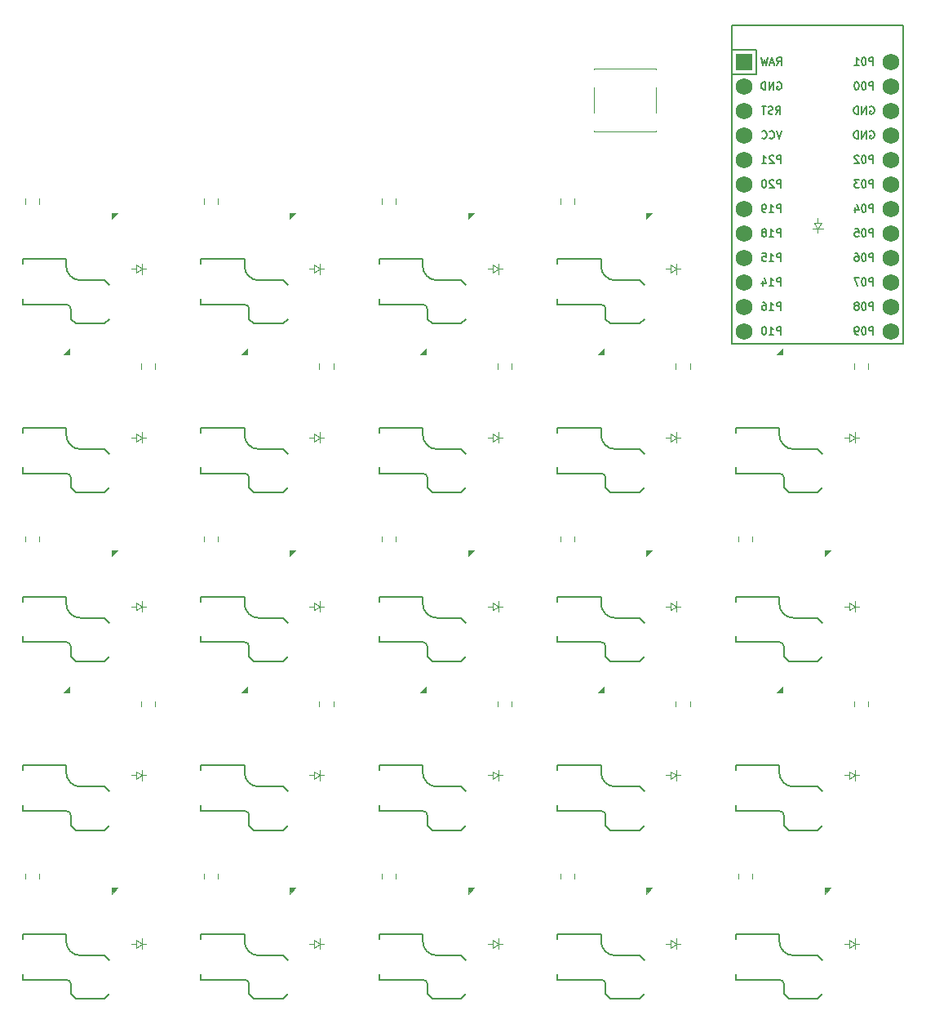
<source format=gbr>
%TF.GenerationSoftware,KiCad,Pcbnew,7.0.10*%
%TF.CreationDate,2024-03-08T11:43:42+01:00*%
%TF.ProjectId,eepypad,65657079-7061-4642-9e6b-696361645f70,1.0*%
%TF.SameCoordinates,Original*%
%TF.FileFunction,Legend,Bot*%
%TF.FilePolarity,Positive*%
%FSLAX46Y46*%
G04 Gerber Fmt 4.6, Leading zero omitted, Abs format (unit mm)*
G04 Created by KiCad (PCBNEW 7.0.10) date 2024-03-08 11:43:42*
%MOMM*%
%LPD*%
G01*
G04 APERTURE LIST*
%ADD10C,0.150000*%
%ADD11C,0.100000*%
%ADD12C,0.120000*%
%ADD13R,1.752600X1.752600*%
%ADD14C,1.752600*%
G04 APERTURE END LIST*
D10*
X171252380Y-61392295D02*
X171519047Y-61011342D01*
X171709523Y-61392295D02*
X171709523Y-60592295D01*
X171709523Y-60592295D02*
X171404761Y-60592295D01*
X171404761Y-60592295D02*
X171328571Y-60630390D01*
X171328571Y-60630390D02*
X171290476Y-60668485D01*
X171290476Y-60668485D02*
X171252380Y-60744676D01*
X171252380Y-60744676D02*
X171252380Y-60858961D01*
X171252380Y-60858961D02*
X171290476Y-60935152D01*
X171290476Y-60935152D02*
X171328571Y-60973247D01*
X171328571Y-60973247D02*
X171404761Y-61011342D01*
X171404761Y-61011342D02*
X171709523Y-61011342D01*
X170947619Y-61163723D02*
X170566666Y-61163723D01*
X171023809Y-61392295D02*
X170757142Y-60592295D01*
X170757142Y-60592295D02*
X170490476Y-61392295D01*
X170300000Y-60592295D02*
X170109524Y-61392295D01*
X170109524Y-61392295D02*
X169957143Y-60820866D01*
X169957143Y-60820866D02*
X169804762Y-61392295D01*
X169804762Y-61392295D02*
X169614286Y-60592295D01*
X181271428Y-71552295D02*
X181271428Y-70752295D01*
X181271428Y-70752295D02*
X180966666Y-70752295D01*
X180966666Y-70752295D02*
X180890476Y-70790390D01*
X180890476Y-70790390D02*
X180852381Y-70828485D01*
X180852381Y-70828485D02*
X180814285Y-70904676D01*
X180814285Y-70904676D02*
X180814285Y-71018961D01*
X180814285Y-71018961D02*
X180852381Y-71095152D01*
X180852381Y-71095152D02*
X180890476Y-71133247D01*
X180890476Y-71133247D02*
X180966666Y-71171342D01*
X180966666Y-71171342D02*
X181271428Y-71171342D01*
X180319047Y-70752295D02*
X180242857Y-70752295D01*
X180242857Y-70752295D02*
X180166666Y-70790390D01*
X180166666Y-70790390D02*
X180128571Y-70828485D01*
X180128571Y-70828485D02*
X180090476Y-70904676D01*
X180090476Y-70904676D02*
X180052381Y-71057057D01*
X180052381Y-71057057D02*
X180052381Y-71247533D01*
X180052381Y-71247533D02*
X180090476Y-71399914D01*
X180090476Y-71399914D02*
X180128571Y-71476104D01*
X180128571Y-71476104D02*
X180166666Y-71514200D01*
X180166666Y-71514200D02*
X180242857Y-71552295D01*
X180242857Y-71552295D02*
X180319047Y-71552295D01*
X180319047Y-71552295D02*
X180395238Y-71514200D01*
X180395238Y-71514200D02*
X180433333Y-71476104D01*
X180433333Y-71476104D02*
X180471428Y-71399914D01*
X180471428Y-71399914D02*
X180509524Y-71247533D01*
X180509524Y-71247533D02*
X180509524Y-71057057D01*
X180509524Y-71057057D02*
X180471428Y-70904676D01*
X180471428Y-70904676D02*
X180433333Y-70828485D01*
X180433333Y-70828485D02*
X180395238Y-70790390D01*
X180395238Y-70790390D02*
X180319047Y-70752295D01*
X179747619Y-70828485D02*
X179709523Y-70790390D01*
X179709523Y-70790390D02*
X179633333Y-70752295D01*
X179633333Y-70752295D02*
X179442857Y-70752295D01*
X179442857Y-70752295D02*
X179366666Y-70790390D01*
X179366666Y-70790390D02*
X179328571Y-70828485D01*
X179328571Y-70828485D02*
X179290476Y-70904676D01*
X179290476Y-70904676D02*
X179290476Y-70980866D01*
X179290476Y-70980866D02*
X179328571Y-71095152D01*
X179328571Y-71095152D02*
X179785714Y-71552295D01*
X179785714Y-71552295D02*
X179290476Y-71552295D01*
X171309523Y-63170390D02*
X171385713Y-63132295D01*
X171385713Y-63132295D02*
X171499999Y-63132295D01*
X171499999Y-63132295D02*
X171614285Y-63170390D01*
X171614285Y-63170390D02*
X171690475Y-63246580D01*
X171690475Y-63246580D02*
X171728570Y-63322771D01*
X171728570Y-63322771D02*
X171766666Y-63475152D01*
X171766666Y-63475152D02*
X171766666Y-63589438D01*
X171766666Y-63589438D02*
X171728570Y-63741819D01*
X171728570Y-63741819D02*
X171690475Y-63818009D01*
X171690475Y-63818009D02*
X171614285Y-63894200D01*
X171614285Y-63894200D02*
X171499999Y-63932295D01*
X171499999Y-63932295D02*
X171423808Y-63932295D01*
X171423808Y-63932295D02*
X171309523Y-63894200D01*
X171309523Y-63894200D02*
X171271427Y-63856104D01*
X171271427Y-63856104D02*
X171271427Y-63589438D01*
X171271427Y-63589438D02*
X171423808Y-63589438D01*
X170928570Y-63932295D02*
X170928570Y-63132295D01*
X170928570Y-63132295D02*
X170471427Y-63932295D01*
X170471427Y-63932295D02*
X170471427Y-63132295D01*
X170090475Y-63932295D02*
X170090475Y-63132295D01*
X170090475Y-63132295D02*
X169899999Y-63132295D01*
X169899999Y-63132295D02*
X169785713Y-63170390D01*
X169785713Y-63170390D02*
X169709523Y-63246580D01*
X169709523Y-63246580D02*
X169671428Y-63322771D01*
X169671428Y-63322771D02*
X169633332Y-63475152D01*
X169633332Y-63475152D02*
X169633332Y-63589438D01*
X169633332Y-63589438D02*
X169671428Y-63741819D01*
X169671428Y-63741819D02*
X169709523Y-63818009D01*
X169709523Y-63818009D02*
X169785713Y-63894200D01*
X169785713Y-63894200D02*
X169899999Y-63932295D01*
X169899999Y-63932295D02*
X170090475Y-63932295D01*
X171671428Y-74092295D02*
X171671428Y-73292295D01*
X171671428Y-73292295D02*
X171366666Y-73292295D01*
X171366666Y-73292295D02*
X171290476Y-73330390D01*
X171290476Y-73330390D02*
X171252381Y-73368485D01*
X171252381Y-73368485D02*
X171214285Y-73444676D01*
X171214285Y-73444676D02*
X171214285Y-73558961D01*
X171214285Y-73558961D02*
X171252381Y-73635152D01*
X171252381Y-73635152D02*
X171290476Y-73673247D01*
X171290476Y-73673247D02*
X171366666Y-73711342D01*
X171366666Y-73711342D02*
X171671428Y-73711342D01*
X170909524Y-73368485D02*
X170871428Y-73330390D01*
X170871428Y-73330390D02*
X170795238Y-73292295D01*
X170795238Y-73292295D02*
X170604762Y-73292295D01*
X170604762Y-73292295D02*
X170528571Y-73330390D01*
X170528571Y-73330390D02*
X170490476Y-73368485D01*
X170490476Y-73368485D02*
X170452381Y-73444676D01*
X170452381Y-73444676D02*
X170452381Y-73520866D01*
X170452381Y-73520866D02*
X170490476Y-73635152D01*
X170490476Y-73635152D02*
X170947619Y-74092295D01*
X170947619Y-74092295D02*
X170452381Y-74092295D01*
X169957142Y-73292295D02*
X169880952Y-73292295D01*
X169880952Y-73292295D02*
X169804761Y-73330390D01*
X169804761Y-73330390D02*
X169766666Y-73368485D01*
X169766666Y-73368485D02*
X169728571Y-73444676D01*
X169728571Y-73444676D02*
X169690476Y-73597057D01*
X169690476Y-73597057D02*
X169690476Y-73787533D01*
X169690476Y-73787533D02*
X169728571Y-73939914D01*
X169728571Y-73939914D02*
X169766666Y-74016104D01*
X169766666Y-74016104D02*
X169804761Y-74054200D01*
X169804761Y-74054200D02*
X169880952Y-74092295D01*
X169880952Y-74092295D02*
X169957142Y-74092295D01*
X169957142Y-74092295D02*
X170033333Y-74054200D01*
X170033333Y-74054200D02*
X170071428Y-74016104D01*
X170071428Y-74016104D02*
X170109523Y-73939914D01*
X170109523Y-73939914D02*
X170147619Y-73787533D01*
X170147619Y-73787533D02*
X170147619Y-73597057D01*
X170147619Y-73597057D02*
X170109523Y-73444676D01*
X170109523Y-73444676D02*
X170071428Y-73368485D01*
X170071428Y-73368485D02*
X170033333Y-73330390D01*
X170033333Y-73330390D02*
X169957142Y-73292295D01*
X181271428Y-63932295D02*
X181271428Y-63132295D01*
X181271428Y-63132295D02*
X180966666Y-63132295D01*
X180966666Y-63132295D02*
X180890476Y-63170390D01*
X180890476Y-63170390D02*
X180852381Y-63208485D01*
X180852381Y-63208485D02*
X180814285Y-63284676D01*
X180814285Y-63284676D02*
X180814285Y-63398961D01*
X180814285Y-63398961D02*
X180852381Y-63475152D01*
X180852381Y-63475152D02*
X180890476Y-63513247D01*
X180890476Y-63513247D02*
X180966666Y-63551342D01*
X180966666Y-63551342D02*
X181271428Y-63551342D01*
X180319047Y-63132295D02*
X180242857Y-63132295D01*
X180242857Y-63132295D02*
X180166666Y-63170390D01*
X180166666Y-63170390D02*
X180128571Y-63208485D01*
X180128571Y-63208485D02*
X180090476Y-63284676D01*
X180090476Y-63284676D02*
X180052381Y-63437057D01*
X180052381Y-63437057D02*
X180052381Y-63627533D01*
X180052381Y-63627533D02*
X180090476Y-63779914D01*
X180090476Y-63779914D02*
X180128571Y-63856104D01*
X180128571Y-63856104D02*
X180166666Y-63894200D01*
X180166666Y-63894200D02*
X180242857Y-63932295D01*
X180242857Y-63932295D02*
X180319047Y-63932295D01*
X180319047Y-63932295D02*
X180395238Y-63894200D01*
X180395238Y-63894200D02*
X180433333Y-63856104D01*
X180433333Y-63856104D02*
X180471428Y-63779914D01*
X180471428Y-63779914D02*
X180509524Y-63627533D01*
X180509524Y-63627533D02*
X180509524Y-63437057D01*
X180509524Y-63437057D02*
X180471428Y-63284676D01*
X180471428Y-63284676D02*
X180433333Y-63208485D01*
X180433333Y-63208485D02*
X180395238Y-63170390D01*
X180395238Y-63170390D02*
X180319047Y-63132295D01*
X179557142Y-63132295D02*
X179480952Y-63132295D01*
X179480952Y-63132295D02*
X179404761Y-63170390D01*
X179404761Y-63170390D02*
X179366666Y-63208485D01*
X179366666Y-63208485D02*
X179328571Y-63284676D01*
X179328571Y-63284676D02*
X179290476Y-63437057D01*
X179290476Y-63437057D02*
X179290476Y-63627533D01*
X179290476Y-63627533D02*
X179328571Y-63779914D01*
X179328571Y-63779914D02*
X179366666Y-63856104D01*
X179366666Y-63856104D02*
X179404761Y-63894200D01*
X179404761Y-63894200D02*
X179480952Y-63932295D01*
X179480952Y-63932295D02*
X179557142Y-63932295D01*
X179557142Y-63932295D02*
X179633333Y-63894200D01*
X179633333Y-63894200D02*
X179671428Y-63856104D01*
X179671428Y-63856104D02*
X179709523Y-63779914D01*
X179709523Y-63779914D02*
X179747619Y-63627533D01*
X179747619Y-63627533D02*
X179747619Y-63437057D01*
X179747619Y-63437057D02*
X179709523Y-63284676D01*
X179709523Y-63284676D02*
X179671428Y-63208485D01*
X179671428Y-63208485D02*
X179633333Y-63170390D01*
X179633333Y-63170390D02*
X179557142Y-63132295D01*
X181271428Y-74092295D02*
X181271428Y-73292295D01*
X181271428Y-73292295D02*
X180966666Y-73292295D01*
X180966666Y-73292295D02*
X180890476Y-73330390D01*
X180890476Y-73330390D02*
X180852381Y-73368485D01*
X180852381Y-73368485D02*
X180814285Y-73444676D01*
X180814285Y-73444676D02*
X180814285Y-73558961D01*
X180814285Y-73558961D02*
X180852381Y-73635152D01*
X180852381Y-73635152D02*
X180890476Y-73673247D01*
X180890476Y-73673247D02*
X180966666Y-73711342D01*
X180966666Y-73711342D02*
X181271428Y-73711342D01*
X180319047Y-73292295D02*
X180242857Y-73292295D01*
X180242857Y-73292295D02*
X180166666Y-73330390D01*
X180166666Y-73330390D02*
X180128571Y-73368485D01*
X180128571Y-73368485D02*
X180090476Y-73444676D01*
X180090476Y-73444676D02*
X180052381Y-73597057D01*
X180052381Y-73597057D02*
X180052381Y-73787533D01*
X180052381Y-73787533D02*
X180090476Y-73939914D01*
X180090476Y-73939914D02*
X180128571Y-74016104D01*
X180128571Y-74016104D02*
X180166666Y-74054200D01*
X180166666Y-74054200D02*
X180242857Y-74092295D01*
X180242857Y-74092295D02*
X180319047Y-74092295D01*
X180319047Y-74092295D02*
X180395238Y-74054200D01*
X180395238Y-74054200D02*
X180433333Y-74016104D01*
X180433333Y-74016104D02*
X180471428Y-73939914D01*
X180471428Y-73939914D02*
X180509524Y-73787533D01*
X180509524Y-73787533D02*
X180509524Y-73597057D01*
X180509524Y-73597057D02*
X180471428Y-73444676D01*
X180471428Y-73444676D02*
X180433333Y-73368485D01*
X180433333Y-73368485D02*
X180395238Y-73330390D01*
X180395238Y-73330390D02*
X180319047Y-73292295D01*
X179785714Y-73292295D02*
X179290476Y-73292295D01*
X179290476Y-73292295D02*
X179557142Y-73597057D01*
X179557142Y-73597057D02*
X179442857Y-73597057D01*
X179442857Y-73597057D02*
X179366666Y-73635152D01*
X179366666Y-73635152D02*
X179328571Y-73673247D01*
X179328571Y-73673247D02*
X179290476Y-73749438D01*
X179290476Y-73749438D02*
X179290476Y-73939914D01*
X179290476Y-73939914D02*
X179328571Y-74016104D01*
X179328571Y-74016104D02*
X179366666Y-74054200D01*
X179366666Y-74054200D02*
X179442857Y-74092295D01*
X179442857Y-74092295D02*
X179671428Y-74092295D01*
X179671428Y-74092295D02*
X179747619Y-74054200D01*
X179747619Y-74054200D02*
X179785714Y-74016104D01*
X171671428Y-86792295D02*
X171671428Y-85992295D01*
X171671428Y-85992295D02*
X171366666Y-85992295D01*
X171366666Y-85992295D02*
X171290476Y-86030390D01*
X171290476Y-86030390D02*
X171252381Y-86068485D01*
X171252381Y-86068485D02*
X171214285Y-86144676D01*
X171214285Y-86144676D02*
X171214285Y-86258961D01*
X171214285Y-86258961D02*
X171252381Y-86335152D01*
X171252381Y-86335152D02*
X171290476Y-86373247D01*
X171290476Y-86373247D02*
X171366666Y-86411342D01*
X171366666Y-86411342D02*
X171671428Y-86411342D01*
X170452381Y-86792295D02*
X170909524Y-86792295D01*
X170680952Y-86792295D02*
X170680952Y-85992295D01*
X170680952Y-85992295D02*
X170757143Y-86106580D01*
X170757143Y-86106580D02*
X170833333Y-86182771D01*
X170833333Y-86182771D02*
X170909524Y-86220866D01*
X169766666Y-85992295D02*
X169919047Y-85992295D01*
X169919047Y-85992295D02*
X169995238Y-86030390D01*
X169995238Y-86030390D02*
X170033333Y-86068485D01*
X170033333Y-86068485D02*
X170109523Y-86182771D01*
X170109523Y-86182771D02*
X170147619Y-86335152D01*
X170147619Y-86335152D02*
X170147619Y-86639914D01*
X170147619Y-86639914D02*
X170109523Y-86716104D01*
X170109523Y-86716104D02*
X170071428Y-86754200D01*
X170071428Y-86754200D02*
X169995238Y-86792295D01*
X169995238Y-86792295D02*
X169842857Y-86792295D01*
X169842857Y-86792295D02*
X169766666Y-86754200D01*
X169766666Y-86754200D02*
X169728571Y-86716104D01*
X169728571Y-86716104D02*
X169690476Y-86639914D01*
X169690476Y-86639914D02*
X169690476Y-86449438D01*
X169690476Y-86449438D02*
X169728571Y-86373247D01*
X169728571Y-86373247D02*
X169766666Y-86335152D01*
X169766666Y-86335152D02*
X169842857Y-86297057D01*
X169842857Y-86297057D02*
X169995238Y-86297057D01*
X169995238Y-86297057D02*
X170071428Y-86335152D01*
X170071428Y-86335152D02*
X170109523Y-86373247D01*
X170109523Y-86373247D02*
X170147619Y-86449438D01*
X181271428Y-86792295D02*
X181271428Y-85992295D01*
X181271428Y-85992295D02*
X180966666Y-85992295D01*
X180966666Y-85992295D02*
X180890476Y-86030390D01*
X180890476Y-86030390D02*
X180852381Y-86068485D01*
X180852381Y-86068485D02*
X180814285Y-86144676D01*
X180814285Y-86144676D02*
X180814285Y-86258961D01*
X180814285Y-86258961D02*
X180852381Y-86335152D01*
X180852381Y-86335152D02*
X180890476Y-86373247D01*
X180890476Y-86373247D02*
X180966666Y-86411342D01*
X180966666Y-86411342D02*
X181271428Y-86411342D01*
X180319047Y-85992295D02*
X180242857Y-85992295D01*
X180242857Y-85992295D02*
X180166666Y-86030390D01*
X180166666Y-86030390D02*
X180128571Y-86068485D01*
X180128571Y-86068485D02*
X180090476Y-86144676D01*
X180090476Y-86144676D02*
X180052381Y-86297057D01*
X180052381Y-86297057D02*
X180052381Y-86487533D01*
X180052381Y-86487533D02*
X180090476Y-86639914D01*
X180090476Y-86639914D02*
X180128571Y-86716104D01*
X180128571Y-86716104D02*
X180166666Y-86754200D01*
X180166666Y-86754200D02*
X180242857Y-86792295D01*
X180242857Y-86792295D02*
X180319047Y-86792295D01*
X180319047Y-86792295D02*
X180395238Y-86754200D01*
X180395238Y-86754200D02*
X180433333Y-86716104D01*
X180433333Y-86716104D02*
X180471428Y-86639914D01*
X180471428Y-86639914D02*
X180509524Y-86487533D01*
X180509524Y-86487533D02*
X180509524Y-86297057D01*
X180509524Y-86297057D02*
X180471428Y-86144676D01*
X180471428Y-86144676D02*
X180433333Y-86068485D01*
X180433333Y-86068485D02*
X180395238Y-86030390D01*
X180395238Y-86030390D02*
X180319047Y-85992295D01*
X179595238Y-86335152D02*
X179671428Y-86297057D01*
X179671428Y-86297057D02*
X179709523Y-86258961D01*
X179709523Y-86258961D02*
X179747619Y-86182771D01*
X179747619Y-86182771D02*
X179747619Y-86144676D01*
X179747619Y-86144676D02*
X179709523Y-86068485D01*
X179709523Y-86068485D02*
X179671428Y-86030390D01*
X179671428Y-86030390D02*
X179595238Y-85992295D01*
X179595238Y-85992295D02*
X179442857Y-85992295D01*
X179442857Y-85992295D02*
X179366666Y-86030390D01*
X179366666Y-86030390D02*
X179328571Y-86068485D01*
X179328571Y-86068485D02*
X179290476Y-86144676D01*
X179290476Y-86144676D02*
X179290476Y-86182771D01*
X179290476Y-86182771D02*
X179328571Y-86258961D01*
X179328571Y-86258961D02*
X179366666Y-86297057D01*
X179366666Y-86297057D02*
X179442857Y-86335152D01*
X179442857Y-86335152D02*
X179595238Y-86335152D01*
X179595238Y-86335152D02*
X179671428Y-86373247D01*
X179671428Y-86373247D02*
X179709523Y-86411342D01*
X179709523Y-86411342D02*
X179747619Y-86487533D01*
X179747619Y-86487533D02*
X179747619Y-86639914D01*
X179747619Y-86639914D02*
X179709523Y-86716104D01*
X179709523Y-86716104D02*
X179671428Y-86754200D01*
X179671428Y-86754200D02*
X179595238Y-86792295D01*
X179595238Y-86792295D02*
X179442857Y-86792295D01*
X179442857Y-86792295D02*
X179366666Y-86754200D01*
X179366666Y-86754200D02*
X179328571Y-86716104D01*
X179328571Y-86716104D02*
X179290476Y-86639914D01*
X179290476Y-86639914D02*
X179290476Y-86487533D01*
X179290476Y-86487533D02*
X179328571Y-86411342D01*
X179328571Y-86411342D02*
X179366666Y-86373247D01*
X179366666Y-86373247D02*
X179442857Y-86335152D01*
X171138094Y-66472295D02*
X171404761Y-66091342D01*
X171595237Y-66472295D02*
X171595237Y-65672295D01*
X171595237Y-65672295D02*
X171290475Y-65672295D01*
X171290475Y-65672295D02*
X171214285Y-65710390D01*
X171214285Y-65710390D02*
X171176190Y-65748485D01*
X171176190Y-65748485D02*
X171138094Y-65824676D01*
X171138094Y-65824676D02*
X171138094Y-65938961D01*
X171138094Y-65938961D02*
X171176190Y-66015152D01*
X171176190Y-66015152D02*
X171214285Y-66053247D01*
X171214285Y-66053247D02*
X171290475Y-66091342D01*
X171290475Y-66091342D02*
X171595237Y-66091342D01*
X170833333Y-66434200D02*
X170719047Y-66472295D01*
X170719047Y-66472295D02*
X170528571Y-66472295D01*
X170528571Y-66472295D02*
X170452380Y-66434200D01*
X170452380Y-66434200D02*
X170414285Y-66396104D01*
X170414285Y-66396104D02*
X170376190Y-66319914D01*
X170376190Y-66319914D02*
X170376190Y-66243723D01*
X170376190Y-66243723D02*
X170414285Y-66167533D01*
X170414285Y-66167533D02*
X170452380Y-66129438D01*
X170452380Y-66129438D02*
X170528571Y-66091342D01*
X170528571Y-66091342D02*
X170680952Y-66053247D01*
X170680952Y-66053247D02*
X170757142Y-66015152D01*
X170757142Y-66015152D02*
X170795237Y-65977057D01*
X170795237Y-65977057D02*
X170833333Y-65900866D01*
X170833333Y-65900866D02*
X170833333Y-65824676D01*
X170833333Y-65824676D02*
X170795237Y-65748485D01*
X170795237Y-65748485D02*
X170757142Y-65710390D01*
X170757142Y-65710390D02*
X170680952Y-65672295D01*
X170680952Y-65672295D02*
X170490475Y-65672295D01*
X170490475Y-65672295D02*
X170376190Y-65710390D01*
X170147618Y-65672295D02*
X169690475Y-65672295D01*
X169919047Y-66472295D02*
X169919047Y-65672295D01*
X181271428Y-89332295D02*
X181271428Y-88532295D01*
X181271428Y-88532295D02*
X180966666Y-88532295D01*
X180966666Y-88532295D02*
X180890476Y-88570390D01*
X180890476Y-88570390D02*
X180852381Y-88608485D01*
X180852381Y-88608485D02*
X180814285Y-88684676D01*
X180814285Y-88684676D02*
X180814285Y-88798961D01*
X180814285Y-88798961D02*
X180852381Y-88875152D01*
X180852381Y-88875152D02*
X180890476Y-88913247D01*
X180890476Y-88913247D02*
X180966666Y-88951342D01*
X180966666Y-88951342D02*
X181271428Y-88951342D01*
X180319047Y-88532295D02*
X180242857Y-88532295D01*
X180242857Y-88532295D02*
X180166666Y-88570390D01*
X180166666Y-88570390D02*
X180128571Y-88608485D01*
X180128571Y-88608485D02*
X180090476Y-88684676D01*
X180090476Y-88684676D02*
X180052381Y-88837057D01*
X180052381Y-88837057D02*
X180052381Y-89027533D01*
X180052381Y-89027533D02*
X180090476Y-89179914D01*
X180090476Y-89179914D02*
X180128571Y-89256104D01*
X180128571Y-89256104D02*
X180166666Y-89294200D01*
X180166666Y-89294200D02*
X180242857Y-89332295D01*
X180242857Y-89332295D02*
X180319047Y-89332295D01*
X180319047Y-89332295D02*
X180395238Y-89294200D01*
X180395238Y-89294200D02*
X180433333Y-89256104D01*
X180433333Y-89256104D02*
X180471428Y-89179914D01*
X180471428Y-89179914D02*
X180509524Y-89027533D01*
X180509524Y-89027533D02*
X180509524Y-88837057D01*
X180509524Y-88837057D02*
X180471428Y-88684676D01*
X180471428Y-88684676D02*
X180433333Y-88608485D01*
X180433333Y-88608485D02*
X180395238Y-88570390D01*
X180395238Y-88570390D02*
X180319047Y-88532295D01*
X179671428Y-89332295D02*
X179519047Y-89332295D01*
X179519047Y-89332295D02*
X179442857Y-89294200D01*
X179442857Y-89294200D02*
X179404761Y-89256104D01*
X179404761Y-89256104D02*
X179328571Y-89141819D01*
X179328571Y-89141819D02*
X179290476Y-88989438D01*
X179290476Y-88989438D02*
X179290476Y-88684676D01*
X179290476Y-88684676D02*
X179328571Y-88608485D01*
X179328571Y-88608485D02*
X179366666Y-88570390D01*
X179366666Y-88570390D02*
X179442857Y-88532295D01*
X179442857Y-88532295D02*
X179595238Y-88532295D01*
X179595238Y-88532295D02*
X179671428Y-88570390D01*
X179671428Y-88570390D02*
X179709523Y-88608485D01*
X179709523Y-88608485D02*
X179747619Y-88684676D01*
X179747619Y-88684676D02*
X179747619Y-88875152D01*
X179747619Y-88875152D02*
X179709523Y-88951342D01*
X179709523Y-88951342D02*
X179671428Y-88989438D01*
X179671428Y-88989438D02*
X179595238Y-89027533D01*
X179595238Y-89027533D02*
X179442857Y-89027533D01*
X179442857Y-89027533D02*
X179366666Y-88989438D01*
X179366666Y-88989438D02*
X179328571Y-88951342D01*
X179328571Y-88951342D02*
X179290476Y-88875152D01*
X171671428Y-71552295D02*
X171671428Y-70752295D01*
X171671428Y-70752295D02*
X171366666Y-70752295D01*
X171366666Y-70752295D02*
X171290476Y-70790390D01*
X171290476Y-70790390D02*
X171252381Y-70828485D01*
X171252381Y-70828485D02*
X171214285Y-70904676D01*
X171214285Y-70904676D02*
X171214285Y-71018961D01*
X171214285Y-71018961D02*
X171252381Y-71095152D01*
X171252381Y-71095152D02*
X171290476Y-71133247D01*
X171290476Y-71133247D02*
X171366666Y-71171342D01*
X171366666Y-71171342D02*
X171671428Y-71171342D01*
X170909524Y-70828485D02*
X170871428Y-70790390D01*
X170871428Y-70790390D02*
X170795238Y-70752295D01*
X170795238Y-70752295D02*
X170604762Y-70752295D01*
X170604762Y-70752295D02*
X170528571Y-70790390D01*
X170528571Y-70790390D02*
X170490476Y-70828485D01*
X170490476Y-70828485D02*
X170452381Y-70904676D01*
X170452381Y-70904676D02*
X170452381Y-70980866D01*
X170452381Y-70980866D02*
X170490476Y-71095152D01*
X170490476Y-71095152D02*
X170947619Y-71552295D01*
X170947619Y-71552295D02*
X170452381Y-71552295D01*
X169690476Y-71552295D02*
X170147619Y-71552295D01*
X169919047Y-71552295D02*
X169919047Y-70752295D01*
X169919047Y-70752295D02*
X169995238Y-70866580D01*
X169995238Y-70866580D02*
X170071428Y-70942771D01*
X170071428Y-70942771D02*
X170147619Y-70980866D01*
X180909523Y-65710390D02*
X180985713Y-65672295D01*
X180985713Y-65672295D02*
X181099999Y-65672295D01*
X181099999Y-65672295D02*
X181214285Y-65710390D01*
X181214285Y-65710390D02*
X181290475Y-65786580D01*
X181290475Y-65786580D02*
X181328570Y-65862771D01*
X181328570Y-65862771D02*
X181366666Y-66015152D01*
X181366666Y-66015152D02*
X181366666Y-66129438D01*
X181366666Y-66129438D02*
X181328570Y-66281819D01*
X181328570Y-66281819D02*
X181290475Y-66358009D01*
X181290475Y-66358009D02*
X181214285Y-66434200D01*
X181214285Y-66434200D02*
X181099999Y-66472295D01*
X181099999Y-66472295D02*
X181023808Y-66472295D01*
X181023808Y-66472295D02*
X180909523Y-66434200D01*
X180909523Y-66434200D02*
X180871427Y-66396104D01*
X180871427Y-66396104D02*
X180871427Y-66129438D01*
X180871427Y-66129438D02*
X181023808Y-66129438D01*
X180528570Y-66472295D02*
X180528570Y-65672295D01*
X180528570Y-65672295D02*
X180071427Y-66472295D01*
X180071427Y-66472295D02*
X180071427Y-65672295D01*
X179690475Y-66472295D02*
X179690475Y-65672295D01*
X179690475Y-65672295D02*
X179499999Y-65672295D01*
X179499999Y-65672295D02*
X179385713Y-65710390D01*
X179385713Y-65710390D02*
X179309523Y-65786580D01*
X179309523Y-65786580D02*
X179271428Y-65862771D01*
X179271428Y-65862771D02*
X179233332Y-66015152D01*
X179233332Y-66015152D02*
X179233332Y-66129438D01*
X179233332Y-66129438D02*
X179271428Y-66281819D01*
X179271428Y-66281819D02*
X179309523Y-66358009D01*
X179309523Y-66358009D02*
X179385713Y-66434200D01*
X179385713Y-66434200D02*
X179499999Y-66472295D01*
X179499999Y-66472295D02*
X179690475Y-66472295D01*
X171671428Y-81712295D02*
X171671428Y-80912295D01*
X171671428Y-80912295D02*
X171366666Y-80912295D01*
X171366666Y-80912295D02*
X171290476Y-80950390D01*
X171290476Y-80950390D02*
X171252381Y-80988485D01*
X171252381Y-80988485D02*
X171214285Y-81064676D01*
X171214285Y-81064676D02*
X171214285Y-81178961D01*
X171214285Y-81178961D02*
X171252381Y-81255152D01*
X171252381Y-81255152D02*
X171290476Y-81293247D01*
X171290476Y-81293247D02*
X171366666Y-81331342D01*
X171366666Y-81331342D02*
X171671428Y-81331342D01*
X170452381Y-81712295D02*
X170909524Y-81712295D01*
X170680952Y-81712295D02*
X170680952Y-80912295D01*
X170680952Y-80912295D02*
X170757143Y-81026580D01*
X170757143Y-81026580D02*
X170833333Y-81102771D01*
X170833333Y-81102771D02*
X170909524Y-81140866D01*
X169728571Y-80912295D02*
X170109523Y-80912295D01*
X170109523Y-80912295D02*
X170147619Y-81293247D01*
X170147619Y-81293247D02*
X170109523Y-81255152D01*
X170109523Y-81255152D02*
X170033333Y-81217057D01*
X170033333Y-81217057D02*
X169842857Y-81217057D01*
X169842857Y-81217057D02*
X169766666Y-81255152D01*
X169766666Y-81255152D02*
X169728571Y-81293247D01*
X169728571Y-81293247D02*
X169690476Y-81369438D01*
X169690476Y-81369438D02*
X169690476Y-81559914D01*
X169690476Y-81559914D02*
X169728571Y-81636104D01*
X169728571Y-81636104D02*
X169766666Y-81674200D01*
X169766666Y-81674200D02*
X169842857Y-81712295D01*
X169842857Y-81712295D02*
X170033333Y-81712295D01*
X170033333Y-81712295D02*
X170109523Y-81674200D01*
X170109523Y-81674200D02*
X170147619Y-81636104D01*
X181271428Y-79172295D02*
X181271428Y-78372295D01*
X181271428Y-78372295D02*
X180966666Y-78372295D01*
X180966666Y-78372295D02*
X180890476Y-78410390D01*
X180890476Y-78410390D02*
X180852381Y-78448485D01*
X180852381Y-78448485D02*
X180814285Y-78524676D01*
X180814285Y-78524676D02*
X180814285Y-78638961D01*
X180814285Y-78638961D02*
X180852381Y-78715152D01*
X180852381Y-78715152D02*
X180890476Y-78753247D01*
X180890476Y-78753247D02*
X180966666Y-78791342D01*
X180966666Y-78791342D02*
X181271428Y-78791342D01*
X180319047Y-78372295D02*
X180242857Y-78372295D01*
X180242857Y-78372295D02*
X180166666Y-78410390D01*
X180166666Y-78410390D02*
X180128571Y-78448485D01*
X180128571Y-78448485D02*
X180090476Y-78524676D01*
X180090476Y-78524676D02*
X180052381Y-78677057D01*
X180052381Y-78677057D02*
X180052381Y-78867533D01*
X180052381Y-78867533D02*
X180090476Y-79019914D01*
X180090476Y-79019914D02*
X180128571Y-79096104D01*
X180128571Y-79096104D02*
X180166666Y-79134200D01*
X180166666Y-79134200D02*
X180242857Y-79172295D01*
X180242857Y-79172295D02*
X180319047Y-79172295D01*
X180319047Y-79172295D02*
X180395238Y-79134200D01*
X180395238Y-79134200D02*
X180433333Y-79096104D01*
X180433333Y-79096104D02*
X180471428Y-79019914D01*
X180471428Y-79019914D02*
X180509524Y-78867533D01*
X180509524Y-78867533D02*
X180509524Y-78677057D01*
X180509524Y-78677057D02*
X180471428Y-78524676D01*
X180471428Y-78524676D02*
X180433333Y-78448485D01*
X180433333Y-78448485D02*
X180395238Y-78410390D01*
X180395238Y-78410390D02*
X180319047Y-78372295D01*
X179328571Y-78372295D02*
X179709523Y-78372295D01*
X179709523Y-78372295D02*
X179747619Y-78753247D01*
X179747619Y-78753247D02*
X179709523Y-78715152D01*
X179709523Y-78715152D02*
X179633333Y-78677057D01*
X179633333Y-78677057D02*
X179442857Y-78677057D01*
X179442857Y-78677057D02*
X179366666Y-78715152D01*
X179366666Y-78715152D02*
X179328571Y-78753247D01*
X179328571Y-78753247D02*
X179290476Y-78829438D01*
X179290476Y-78829438D02*
X179290476Y-79019914D01*
X179290476Y-79019914D02*
X179328571Y-79096104D01*
X179328571Y-79096104D02*
X179366666Y-79134200D01*
X179366666Y-79134200D02*
X179442857Y-79172295D01*
X179442857Y-79172295D02*
X179633333Y-79172295D01*
X179633333Y-79172295D02*
X179709523Y-79134200D01*
X179709523Y-79134200D02*
X179747619Y-79096104D01*
X181271428Y-61392295D02*
X181271428Y-60592295D01*
X181271428Y-60592295D02*
X180966666Y-60592295D01*
X180966666Y-60592295D02*
X180890476Y-60630390D01*
X180890476Y-60630390D02*
X180852381Y-60668485D01*
X180852381Y-60668485D02*
X180814285Y-60744676D01*
X180814285Y-60744676D02*
X180814285Y-60858961D01*
X180814285Y-60858961D02*
X180852381Y-60935152D01*
X180852381Y-60935152D02*
X180890476Y-60973247D01*
X180890476Y-60973247D02*
X180966666Y-61011342D01*
X180966666Y-61011342D02*
X181271428Y-61011342D01*
X180319047Y-60592295D02*
X180242857Y-60592295D01*
X180242857Y-60592295D02*
X180166666Y-60630390D01*
X180166666Y-60630390D02*
X180128571Y-60668485D01*
X180128571Y-60668485D02*
X180090476Y-60744676D01*
X180090476Y-60744676D02*
X180052381Y-60897057D01*
X180052381Y-60897057D02*
X180052381Y-61087533D01*
X180052381Y-61087533D02*
X180090476Y-61239914D01*
X180090476Y-61239914D02*
X180128571Y-61316104D01*
X180128571Y-61316104D02*
X180166666Y-61354200D01*
X180166666Y-61354200D02*
X180242857Y-61392295D01*
X180242857Y-61392295D02*
X180319047Y-61392295D01*
X180319047Y-61392295D02*
X180395238Y-61354200D01*
X180395238Y-61354200D02*
X180433333Y-61316104D01*
X180433333Y-61316104D02*
X180471428Y-61239914D01*
X180471428Y-61239914D02*
X180509524Y-61087533D01*
X180509524Y-61087533D02*
X180509524Y-60897057D01*
X180509524Y-60897057D02*
X180471428Y-60744676D01*
X180471428Y-60744676D02*
X180433333Y-60668485D01*
X180433333Y-60668485D02*
X180395238Y-60630390D01*
X180395238Y-60630390D02*
X180319047Y-60592295D01*
X179290476Y-61392295D02*
X179747619Y-61392295D01*
X179519047Y-61392295D02*
X179519047Y-60592295D01*
X179519047Y-60592295D02*
X179595238Y-60706580D01*
X179595238Y-60706580D02*
X179671428Y-60782771D01*
X179671428Y-60782771D02*
X179747619Y-60820866D01*
X171671428Y-76632295D02*
X171671428Y-75832295D01*
X171671428Y-75832295D02*
X171366666Y-75832295D01*
X171366666Y-75832295D02*
X171290476Y-75870390D01*
X171290476Y-75870390D02*
X171252381Y-75908485D01*
X171252381Y-75908485D02*
X171214285Y-75984676D01*
X171214285Y-75984676D02*
X171214285Y-76098961D01*
X171214285Y-76098961D02*
X171252381Y-76175152D01*
X171252381Y-76175152D02*
X171290476Y-76213247D01*
X171290476Y-76213247D02*
X171366666Y-76251342D01*
X171366666Y-76251342D02*
X171671428Y-76251342D01*
X170452381Y-76632295D02*
X170909524Y-76632295D01*
X170680952Y-76632295D02*
X170680952Y-75832295D01*
X170680952Y-75832295D02*
X170757143Y-75946580D01*
X170757143Y-75946580D02*
X170833333Y-76022771D01*
X170833333Y-76022771D02*
X170909524Y-76060866D01*
X170071428Y-76632295D02*
X169919047Y-76632295D01*
X169919047Y-76632295D02*
X169842857Y-76594200D01*
X169842857Y-76594200D02*
X169804761Y-76556104D01*
X169804761Y-76556104D02*
X169728571Y-76441819D01*
X169728571Y-76441819D02*
X169690476Y-76289438D01*
X169690476Y-76289438D02*
X169690476Y-75984676D01*
X169690476Y-75984676D02*
X169728571Y-75908485D01*
X169728571Y-75908485D02*
X169766666Y-75870390D01*
X169766666Y-75870390D02*
X169842857Y-75832295D01*
X169842857Y-75832295D02*
X169995238Y-75832295D01*
X169995238Y-75832295D02*
X170071428Y-75870390D01*
X170071428Y-75870390D02*
X170109523Y-75908485D01*
X170109523Y-75908485D02*
X170147619Y-75984676D01*
X170147619Y-75984676D02*
X170147619Y-76175152D01*
X170147619Y-76175152D02*
X170109523Y-76251342D01*
X170109523Y-76251342D02*
X170071428Y-76289438D01*
X170071428Y-76289438D02*
X169995238Y-76327533D01*
X169995238Y-76327533D02*
X169842857Y-76327533D01*
X169842857Y-76327533D02*
X169766666Y-76289438D01*
X169766666Y-76289438D02*
X169728571Y-76251342D01*
X169728571Y-76251342D02*
X169690476Y-76175152D01*
X171671428Y-84252295D02*
X171671428Y-83452295D01*
X171671428Y-83452295D02*
X171366666Y-83452295D01*
X171366666Y-83452295D02*
X171290476Y-83490390D01*
X171290476Y-83490390D02*
X171252381Y-83528485D01*
X171252381Y-83528485D02*
X171214285Y-83604676D01*
X171214285Y-83604676D02*
X171214285Y-83718961D01*
X171214285Y-83718961D02*
X171252381Y-83795152D01*
X171252381Y-83795152D02*
X171290476Y-83833247D01*
X171290476Y-83833247D02*
X171366666Y-83871342D01*
X171366666Y-83871342D02*
X171671428Y-83871342D01*
X170452381Y-84252295D02*
X170909524Y-84252295D01*
X170680952Y-84252295D02*
X170680952Y-83452295D01*
X170680952Y-83452295D02*
X170757143Y-83566580D01*
X170757143Y-83566580D02*
X170833333Y-83642771D01*
X170833333Y-83642771D02*
X170909524Y-83680866D01*
X169766666Y-83718961D02*
X169766666Y-84252295D01*
X169957142Y-83414200D02*
X170147619Y-83985628D01*
X170147619Y-83985628D02*
X169652380Y-83985628D01*
X171671428Y-89332295D02*
X171671428Y-88532295D01*
X171671428Y-88532295D02*
X171366666Y-88532295D01*
X171366666Y-88532295D02*
X171290476Y-88570390D01*
X171290476Y-88570390D02*
X171252381Y-88608485D01*
X171252381Y-88608485D02*
X171214285Y-88684676D01*
X171214285Y-88684676D02*
X171214285Y-88798961D01*
X171214285Y-88798961D02*
X171252381Y-88875152D01*
X171252381Y-88875152D02*
X171290476Y-88913247D01*
X171290476Y-88913247D02*
X171366666Y-88951342D01*
X171366666Y-88951342D02*
X171671428Y-88951342D01*
X170452381Y-89332295D02*
X170909524Y-89332295D01*
X170680952Y-89332295D02*
X170680952Y-88532295D01*
X170680952Y-88532295D02*
X170757143Y-88646580D01*
X170757143Y-88646580D02*
X170833333Y-88722771D01*
X170833333Y-88722771D02*
X170909524Y-88760866D01*
X169957142Y-88532295D02*
X169880952Y-88532295D01*
X169880952Y-88532295D02*
X169804761Y-88570390D01*
X169804761Y-88570390D02*
X169766666Y-88608485D01*
X169766666Y-88608485D02*
X169728571Y-88684676D01*
X169728571Y-88684676D02*
X169690476Y-88837057D01*
X169690476Y-88837057D02*
X169690476Y-89027533D01*
X169690476Y-89027533D02*
X169728571Y-89179914D01*
X169728571Y-89179914D02*
X169766666Y-89256104D01*
X169766666Y-89256104D02*
X169804761Y-89294200D01*
X169804761Y-89294200D02*
X169880952Y-89332295D01*
X169880952Y-89332295D02*
X169957142Y-89332295D01*
X169957142Y-89332295D02*
X170033333Y-89294200D01*
X170033333Y-89294200D02*
X170071428Y-89256104D01*
X170071428Y-89256104D02*
X170109523Y-89179914D01*
X170109523Y-89179914D02*
X170147619Y-89027533D01*
X170147619Y-89027533D02*
X170147619Y-88837057D01*
X170147619Y-88837057D02*
X170109523Y-88684676D01*
X170109523Y-88684676D02*
X170071428Y-88608485D01*
X170071428Y-88608485D02*
X170033333Y-88570390D01*
X170033333Y-88570390D02*
X169957142Y-88532295D01*
X180909523Y-68250390D02*
X180985713Y-68212295D01*
X180985713Y-68212295D02*
X181099999Y-68212295D01*
X181099999Y-68212295D02*
X181214285Y-68250390D01*
X181214285Y-68250390D02*
X181290475Y-68326580D01*
X181290475Y-68326580D02*
X181328570Y-68402771D01*
X181328570Y-68402771D02*
X181366666Y-68555152D01*
X181366666Y-68555152D02*
X181366666Y-68669438D01*
X181366666Y-68669438D02*
X181328570Y-68821819D01*
X181328570Y-68821819D02*
X181290475Y-68898009D01*
X181290475Y-68898009D02*
X181214285Y-68974200D01*
X181214285Y-68974200D02*
X181099999Y-69012295D01*
X181099999Y-69012295D02*
X181023808Y-69012295D01*
X181023808Y-69012295D02*
X180909523Y-68974200D01*
X180909523Y-68974200D02*
X180871427Y-68936104D01*
X180871427Y-68936104D02*
X180871427Y-68669438D01*
X180871427Y-68669438D02*
X181023808Y-68669438D01*
X180528570Y-69012295D02*
X180528570Y-68212295D01*
X180528570Y-68212295D02*
X180071427Y-69012295D01*
X180071427Y-69012295D02*
X180071427Y-68212295D01*
X179690475Y-69012295D02*
X179690475Y-68212295D01*
X179690475Y-68212295D02*
X179499999Y-68212295D01*
X179499999Y-68212295D02*
X179385713Y-68250390D01*
X179385713Y-68250390D02*
X179309523Y-68326580D01*
X179309523Y-68326580D02*
X179271428Y-68402771D01*
X179271428Y-68402771D02*
X179233332Y-68555152D01*
X179233332Y-68555152D02*
X179233332Y-68669438D01*
X179233332Y-68669438D02*
X179271428Y-68821819D01*
X179271428Y-68821819D02*
X179309523Y-68898009D01*
X179309523Y-68898009D02*
X179385713Y-68974200D01*
X179385713Y-68974200D02*
X179499999Y-69012295D01*
X179499999Y-69012295D02*
X179690475Y-69012295D01*
X181271428Y-81712295D02*
X181271428Y-80912295D01*
X181271428Y-80912295D02*
X180966666Y-80912295D01*
X180966666Y-80912295D02*
X180890476Y-80950390D01*
X180890476Y-80950390D02*
X180852381Y-80988485D01*
X180852381Y-80988485D02*
X180814285Y-81064676D01*
X180814285Y-81064676D02*
X180814285Y-81178961D01*
X180814285Y-81178961D02*
X180852381Y-81255152D01*
X180852381Y-81255152D02*
X180890476Y-81293247D01*
X180890476Y-81293247D02*
X180966666Y-81331342D01*
X180966666Y-81331342D02*
X181271428Y-81331342D01*
X180319047Y-80912295D02*
X180242857Y-80912295D01*
X180242857Y-80912295D02*
X180166666Y-80950390D01*
X180166666Y-80950390D02*
X180128571Y-80988485D01*
X180128571Y-80988485D02*
X180090476Y-81064676D01*
X180090476Y-81064676D02*
X180052381Y-81217057D01*
X180052381Y-81217057D02*
X180052381Y-81407533D01*
X180052381Y-81407533D02*
X180090476Y-81559914D01*
X180090476Y-81559914D02*
X180128571Y-81636104D01*
X180128571Y-81636104D02*
X180166666Y-81674200D01*
X180166666Y-81674200D02*
X180242857Y-81712295D01*
X180242857Y-81712295D02*
X180319047Y-81712295D01*
X180319047Y-81712295D02*
X180395238Y-81674200D01*
X180395238Y-81674200D02*
X180433333Y-81636104D01*
X180433333Y-81636104D02*
X180471428Y-81559914D01*
X180471428Y-81559914D02*
X180509524Y-81407533D01*
X180509524Y-81407533D02*
X180509524Y-81217057D01*
X180509524Y-81217057D02*
X180471428Y-81064676D01*
X180471428Y-81064676D02*
X180433333Y-80988485D01*
X180433333Y-80988485D02*
X180395238Y-80950390D01*
X180395238Y-80950390D02*
X180319047Y-80912295D01*
X179366666Y-80912295D02*
X179519047Y-80912295D01*
X179519047Y-80912295D02*
X179595238Y-80950390D01*
X179595238Y-80950390D02*
X179633333Y-80988485D01*
X179633333Y-80988485D02*
X179709523Y-81102771D01*
X179709523Y-81102771D02*
X179747619Y-81255152D01*
X179747619Y-81255152D02*
X179747619Y-81559914D01*
X179747619Y-81559914D02*
X179709523Y-81636104D01*
X179709523Y-81636104D02*
X179671428Y-81674200D01*
X179671428Y-81674200D02*
X179595238Y-81712295D01*
X179595238Y-81712295D02*
X179442857Y-81712295D01*
X179442857Y-81712295D02*
X179366666Y-81674200D01*
X179366666Y-81674200D02*
X179328571Y-81636104D01*
X179328571Y-81636104D02*
X179290476Y-81559914D01*
X179290476Y-81559914D02*
X179290476Y-81369438D01*
X179290476Y-81369438D02*
X179328571Y-81293247D01*
X179328571Y-81293247D02*
X179366666Y-81255152D01*
X179366666Y-81255152D02*
X179442857Y-81217057D01*
X179442857Y-81217057D02*
X179595238Y-81217057D01*
X179595238Y-81217057D02*
X179671428Y-81255152D01*
X179671428Y-81255152D02*
X179709523Y-81293247D01*
X179709523Y-81293247D02*
X179747619Y-81369438D01*
X181271428Y-76632295D02*
X181271428Y-75832295D01*
X181271428Y-75832295D02*
X180966666Y-75832295D01*
X180966666Y-75832295D02*
X180890476Y-75870390D01*
X180890476Y-75870390D02*
X180852381Y-75908485D01*
X180852381Y-75908485D02*
X180814285Y-75984676D01*
X180814285Y-75984676D02*
X180814285Y-76098961D01*
X180814285Y-76098961D02*
X180852381Y-76175152D01*
X180852381Y-76175152D02*
X180890476Y-76213247D01*
X180890476Y-76213247D02*
X180966666Y-76251342D01*
X180966666Y-76251342D02*
X181271428Y-76251342D01*
X180319047Y-75832295D02*
X180242857Y-75832295D01*
X180242857Y-75832295D02*
X180166666Y-75870390D01*
X180166666Y-75870390D02*
X180128571Y-75908485D01*
X180128571Y-75908485D02*
X180090476Y-75984676D01*
X180090476Y-75984676D02*
X180052381Y-76137057D01*
X180052381Y-76137057D02*
X180052381Y-76327533D01*
X180052381Y-76327533D02*
X180090476Y-76479914D01*
X180090476Y-76479914D02*
X180128571Y-76556104D01*
X180128571Y-76556104D02*
X180166666Y-76594200D01*
X180166666Y-76594200D02*
X180242857Y-76632295D01*
X180242857Y-76632295D02*
X180319047Y-76632295D01*
X180319047Y-76632295D02*
X180395238Y-76594200D01*
X180395238Y-76594200D02*
X180433333Y-76556104D01*
X180433333Y-76556104D02*
X180471428Y-76479914D01*
X180471428Y-76479914D02*
X180509524Y-76327533D01*
X180509524Y-76327533D02*
X180509524Y-76137057D01*
X180509524Y-76137057D02*
X180471428Y-75984676D01*
X180471428Y-75984676D02*
X180433333Y-75908485D01*
X180433333Y-75908485D02*
X180395238Y-75870390D01*
X180395238Y-75870390D02*
X180319047Y-75832295D01*
X179366666Y-76098961D02*
X179366666Y-76632295D01*
X179557142Y-75794200D02*
X179747619Y-76365628D01*
X179747619Y-76365628D02*
X179252380Y-76365628D01*
X171766666Y-68212295D02*
X171499999Y-69012295D01*
X171499999Y-69012295D02*
X171233333Y-68212295D01*
X170509523Y-68936104D02*
X170547619Y-68974200D01*
X170547619Y-68974200D02*
X170661904Y-69012295D01*
X170661904Y-69012295D02*
X170738095Y-69012295D01*
X170738095Y-69012295D02*
X170852381Y-68974200D01*
X170852381Y-68974200D02*
X170928571Y-68898009D01*
X170928571Y-68898009D02*
X170966666Y-68821819D01*
X170966666Y-68821819D02*
X171004762Y-68669438D01*
X171004762Y-68669438D02*
X171004762Y-68555152D01*
X171004762Y-68555152D02*
X170966666Y-68402771D01*
X170966666Y-68402771D02*
X170928571Y-68326580D01*
X170928571Y-68326580D02*
X170852381Y-68250390D01*
X170852381Y-68250390D02*
X170738095Y-68212295D01*
X170738095Y-68212295D02*
X170661904Y-68212295D01*
X170661904Y-68212295D02*
X170547619Y-68250390D01*
X170547619Y-68250390D02*
X170509523Y-68288485D01*
X169709523Y-68936104D02*
X169747619Y-68974200D01*
X169747619Y-68974200D02*
X169861904Y-69012295D01*
X169861904Y-69012295D02*
X169938095Y-69012295D01*
X169938095Y-69012295D02*
X170052381Y-68974200D01*
X170052381Y-68974200D02*
X170128571Y-68898009D01*
X170128571Y-68898009D02*
X170166666Y-68821819D01*
X170166666Y-68821819D02*
X170204762Y-68669438D01*
X170204762Y-68669438D02*
X170204762Y-68555152D01*
X170204762Y-68555152D02*
X170166666Y-68402771D01*
X170166666Y-68402771D02*
X170128571Y-68326580D01*
X170128571Y-68326580D02*
X170052381Y-68250390D01*
X170052381Y-68250390D02*
X169938095Y-68212295D01*
X169938095Y-68212295D02*
X169861904Y-68212295D01*
X169861904Y-68212295D02*
X169747619Y-68250390D01*
X169747619Y-68250390D02*
X169709523Y-68288485D01*
X181271428Y-84252295D02*
X181271428Y-83452295D01*
X181271428Y-83452295D02*
X180966666Y-83452295D01*
X180966666Y-83452295D02*
X180890476Y-83490390D01*
X180890476Y-83490390D02*
X180852381Y-83528485D01*
X180852381Y-83528485D02*
X180814285Y-83604676D01*
X180814285Y-83604676D02*
X180814285Y-83718961D01*
X180814285Y-83718961D02*
X180852381Y-83795152D01*
X180852381Y-83795152D02*
X180890476Y-83833247D01*
X180890476Y-83833247D02*
X180966666Y-83871342D01*
X180966666Y-83871342D02*
X181271428Y-83871342D01*
X180319047Y-83452295D02*
X180242857Y-83452295D01*
X180242857Y-83452295D02*
X180166666Y-83490390D01*
X180166666Y-83490390D02*
X180128571Y-83528485D01*
X180128571Y-83528485D02*
X180090476Y-83604676D01*
X180090476Y-83604676D02*
X180052381Y-83757057D01*
X180052381Y-83757057D02*
X180052381Y-83947533D01*
X180052381Y-83947533D02*
X180090476Y-84099914D01*
X180090476Y-84099914D02*
X180128571Y-84176104D01*
X180128571Y-84176104D02*
X180166666Y-84214200D01*
X180166666Y-84214200D02*
X180242857Y-84252295D01*
X180242857Y-84252295D02*
X180319047Y-84252295D01*
X180319047Y-84252295D02*
X180395238Y-84214200D01*
X180395238Y-84214200D02*
X180433333Y-84176104D01*
X180433333Y-84176104D02*
X180471428Y-84099914D01*
X180471428Y-84099914D02*
X180509524Y-83947533D01*
X180509524Y-83947533D02*
X180509524Y-83757057D01*
X180509524Y-83757057D02*
X180471428Y-83604676D01*
X180471428Y-83604676D02*
X180433333Y-83528485D01*
X180433333Y-83528485D02*
X180395238Y-83490390D01*
X180395238Y-83490390D02*
X180319047Y-83452295D01*
X179785714Y-83452295D02*
X179252380Y-83452295D01*
X179252380Y-83452295D02*
X179595238Y-84252295D01*
X171671428Y-79172295D02*
X171671428Y-78372295D01*
X171671428Y-78372295D02*
X171366666Y-78372295D01*
X171366666Y-78372295D02*
X171290476Y-78410390D01*
X171290476Y-78410390D02*
X171252381Y-78448485D01*
X171252381Y-78448485D02*
X171214285Y-78524676D01*
X171214285Y-78524676D02*
X171214285Y-78638961D01*
X171214285Y-78638961D02*
X171252381Y-78715152D01*
X171252381Y-78715152D02*
X171290476Y-78753247D01*
X171290476Y-78753247D02*
X171366666Y-78791342D01*
X171366666Y-78791342D02*
X171671428Y-78791342D01*
X170452381Y-79172295D02*
X170909524Y-79172295D01*
X170680952Y-79172295D02*
X170680952Y-78372295D01*
X170680952Y-78372295D02*
X170757143Y-78486580D01*
X170757143Y-78486580D02*
X170833333Y-78562771D01*
X170833333Y-78562771D02*
X170909524Y-78600866D01*
X169995238Y-78715152D02*
X170071428Y-78677057D01*
X170071428Y-78677057D02*
X170109523Y-78638961D01*
X170109523Y-78638961D02*
X170147619Y-78562771D01*
X170147619Y-78562771D02*
X170147619Y-78524676D01*
X170147619Y-78524676D02*
X170109523Y-78448485D01*
X170109523Y-78448485D02*
X170071428Y-78410390D01*
X170071428Y-78410390D02*
X169995238Y-78372295D01*
X169995238Y-78372295D02*
X169842857Y-78372295D01*
X169842857Y-78372295D02*
X169766666Y-78410390D01*
X169766666Y-78410390D02*
X169728571Y-78448485D01*
X169728571Y-78448485D02*
X169690476Y-78524676D01*
X169690476Y-78524676D02*
X169690476Y-78562771D01*
X169690476Y-78562771D02*
X169728571Y-78638961D01*
X169728571Y-78638961D02*
X169766666Y-78677057D01*
X169766666Y-78677057D02*
X169842857Y-78715152D01*
X169842857Y-78715152D02*
X169995238Y-78715152D01*
X169995238Y-78715152D02*
X170071428Y-78753247D01*
X170071428Y-78753247D02*
X170109523Y-78791342D01*
X170109523Y-78791342D02*
X170147619Y-78867533D01*
X170147619Y-78867533D02*
X170147619Y-79019914D01*
X170147619Y-79019914D02*
X170109523Y-79096104D01*
X170109523Y-79096104D02*
X170071428Y-79134200D01*
X170071428Y-79134200D02*
X169995238Y-79172295D01*
X169995238Y-79172295D02*
X169842857Y-79172295D01*
X169842857Y-79172295D02*
X169766666Y-79134200D01*
X169766666Y-79134200D02*
X169728571Y-79096104D01*
X169728571Y-79096104D02*
X169690476Y-79019914D01*
X169690476Y-79019914D02*
X169690476Y-78867533D01*
X169690476Y-78867533D02*
X169728571Y-78791342D01*
X169728571Y-78791342D02*
X169766666Y-78753247D01*
X169766666Y-78753247D02*
X169842857Y-78715152D01*
%TO.C,S16*%
X157500000Y-157700000D02*
X157000000Y-158200000D01*
X157500000Y-154200000D02*
X157000000Y-153700000D01*
X157000000Y-158200000D02*
X154000000Y-158200000D01*
X157000000Y-153700000D02*
X154500000Y-153700000D01*
X154000000Y-158200000D02*
X153500000Y-157700000D01*
X153500000Y-156700000D02*
X153500000Y-157700000D01*
X153000000Y-152200000D02*
X153000000Y-151500000D01*
X153000000Y-151500000D02*
X148500000Y-151500000D01*
X148500000Y-156200000D02*
X153000000Y-156200000D01*
X148500000Y-155600000D02*
X148500000Y-156200000D01*
X148500000Y-151500000D02*
X148500000Y-152000000D01*
X153000000Y-152200000D02*
G75*
G03*
X154500000Y-153700000I1500000J0D01*
G01*
X153500000Y-156700000D02*
G75*
G03*
X153000000Y-156200000I-500000J0D01*
G01*
%TO.C,LED9*%
D11*
X139200000Y-77300000D02*
X139200000Y-76700000D01*
X139800000Y-76700000D01*
X139200000Y-77300000D01*
G36*
X139200000Y-77300000D02*
G01*
X139200000Y-76700000D01*
X139800000Y-76700000D01*
X139200000Y-77300000D01*
G37*
D10*
%TO.C,S7*%
X120500000Y-140200000D02*
X120000000Y-140700000D01*
X120500000Y-136700000D02*
X120000000Y-136200000D01*
X120000000Y-140700000D02*
X117000000Y-140700000D01*
X120000000Y-136200000D02*
X117500000Y-136200000D01*
X117000000Y-140700000D02*
X116500000Y-140200000D01*
X116500000Y-139200000D02*
X116500000Y-140200000D01*
X116000000Y-134700000D02*
X116000000Y-134000000D01*
X116000000Y-134000000D02*
X111500000Y-134000000D01*
X111500000Y-138700000D02*
X116000000Y-138700000D01*
X111500000Y-138100000D02*
X111500000Y-138700000D01*
X111500000Y-134000000D02*
X111500000Y-134500000D01*
X116000000Y-134700000D02*
G75*
G03*
X117500000Y-136200000I1500000J0D01*
G01*
X116500000Y-139200000D02*
G75*
G03*
X116000000Y-138700000I-500000J0D01*
G01*
%TO.C,S5*%
X102000000Y-87700000D02*
X101500000Y-88200000D01*
X102000000Y-84200000D02*
X101500000Y-83700000D01*
X101500000Y-88200000D02*
X98500000Y-88200000D01*
X101500000Y-83700000D02*
X99000000Y-83700000D01*
X98500000Y-88200000D02*
X98000000Y-87700000D01*
X98000000Y-86700000D02*
X98000000Y-87700000D01*
X97500000Y-82200000D02*
X97500000Y-81500000D01*
X97500000Y-81500000D02*
X93000000Y-81500000D01*
X93000000Y-86200000D02*
X97500000Y-86200000D01*
X93000000Y-85600000D02*
X93000000Y-86200000D01*
X93000000Y-81500000D02*
X93000000Y-82000000D01*
X97500000Y-82200000D02*
G75*
G03*
X99000000Y-83700000I1500000J0D01*
G01*
X98000000Y-86700000D02*
G75*
G03*
X97500000Y-86200000I-500000J0D01*
G01*
%TO.C,LED18*%
D11*
X116300000Y-91400000D02*
X115700000Y-91400000D01*
X116300000Y-90800000D01*
X116300000Y-91400000D01*
G36*
X116300000Y-91400000D02*
G01*
X115700000Y-91400000D01*
X116300000Y-90800000D01*
X116300000Y-91400000D01*
G37*
%TO.C,LED12*%
X157700000Y-77300000D02*
X157700000Y-76700000D01*
X158300000Y-76700000D01*
X157700000Y-77300000D01*
G36*
X157700000Y-77300000D02*
G01*
X157700000Y-76700000D01*
X158300000Y-76700000D01*
X157700000Y-77300000D01*
G37*
%TO.C,LED16*%
X97800000Y-91400000D02*
X97200000Y-91400000D01*
X97800000Y-90800000D01*
X97800000Y-91400000D01*
G36*
X97800000Y-91400000D02*
G01*
X97200000Y-91400000D01*
X97800000Y-90800000D01*
X97800000Y-91400000D01*
G37*
%TO.C,LED5*%
X120700000Y-112300000D02*
X120700000Y-111700000D01*
X121300000Y-111700000D01*
X120700000Y-112300000D01*
G36*
X120700000Y-112300000D02*
G01*
X120700000Y-111700000D01*
X121300000Y-111700000D01*
X120700000Y-112300000D01*
G37*
%TO.C,LED4*%
X120700000Y-147300000D02*
X120700000Y-146700000D01*
X121300000Y-146700000D01*
X120700000Y-147300000D01*
G36*
X120700000Y-147300000D02*
G01*
X120700000Y-146700000D01*
X121300000Y-146700000D01*
X120700000Y-147300000D01*
G37*
%TO.C,LED2*%
X102200000Y-112300000D02*
X102200000Y-111700000D01*
X102800000Y-111700000D01*
X102200000Y-112300000D01*
G36*
X102200000Y-112300000D02*
G01*
X102200000Y-111700000D01*
X102800000Y-111700000D01*
X102200000Y-112300000D01*
G37*
D10*
%TO.C,S15*%
X139000000Y-87700000D02*
X138500000Y-88200000D01*
X139000000Y-84200000D02*
X138500000Y-83700000D01*
X138500000Y-88200000D02*
X135500000Y-88200000D01*
X138500000Y-83700000D02*
X136000000Y-83700000D01*
X135500000Y-88200000D02*
X135000000Y-87700000D01*
X135000000Y-86700000D02*
X135000000Y-87700000D01*
X134500000Y-82200000D02*
X134500000Y-81500000D01*
X134500000Y-81500000D02*
X130000000Y-81500000D01*
X130000000Y-86200000D02*
X134500000Y-86200000D01*
X130000000Y-85600000D02*
X130000000Y-86200000D01*
X130000000Y-81500000D02*
X130000000Y-82000000D01*
X134500000Y-82200000D02*
G75*
G03*
X136000000Y-83700000I1500000J0D01*
G01*
X135000000Y-86700000D02*
G75*
G03*
X134500000Y-86200000I-500000J0D01*
G01*
%TO.C,S1*%
X102000000Y-157700000D02*
X101500000Y-158200000D01*
X102000000Y-154200000D02*
X101500000Y-153700000D01*
X101500000Y-158200000D02*
X98500000Y-158200000D01*
X101500000Y-153700000D02*
X99000000Y-153700000D01*
X98500000Y-158200000D02*
X98000000Y-157700000D01*
X98000000Y-156700000D02*
X98000000Y-157700000D01*
X97500000Y-152200000D02*
X97500000Y-151500000D01*
X97500000Y-151500000D02*
X93000000Y-151500000D01*
X93000000Y-156200000D02*
X97500000Y-156200000D01*
X93000000Y-155600000D02*
X93000000Y-156200000D01*
X93000000Y-151500000D02*
X93000000Y-152000000D01*
X97500000Y-152200000D02*
G75*
G03*
X99000000Y-153700000I1500000J0D01*
G01*
X98000000Y-156700000D02*
G75*
G03*
X97500000Y-156200000I-500000J0D01*
G01*
%TO.C,LED17*%
D11*
X116300000Y-126400000D02*
X115700000Y-126400000D01*
X116300000Y-125800000D01*
X116300000Y-126400000D01*
G36*
X116300000Y-126400000D02*
G01*
X115700000Y-126400000D01*
X116300000Y-125800000D01*
X116300000Y-126400000D01*
G37*
%TO.C,LED23*%
X171800000Y-126400000D02*
X171200000Y-126400000D01*
X171800000Y-125800000D01*
X171800000Y-126400000D01*
G36*
X171800000Y-126400000D02*
G01*
X171200000Y-126400000D01*
X171800000Y-125800000D01*
X171800000Y-126400000D01*
G37*
D10*
%TO.C,S2*%
X102000000Y-140200000D02*
X101500000Y-140700000D01*
X102000000Y-136700000D02*
X101500000Y-136200000D01*
X101500000Y-140700000D02*
X98500000Y-140700000D01*
X101500000Y-136200000D02*
X99000000Y-136200000D01*
X98500000Y-140700000D02*
X98000000Y-140200000D01*
X98000000Y-139200000D02*
X98000000Y-140200000D01*
X97500000Y-134700000D02*
X97500000Y-134000000D01*
X97500000Y-134000000D02*
X93000000Y-134000000D01*
X93000000Y-138700000D02*
X97500000Y-138700000D01*
X93000000Y-138100000D02*
X93000000Y-138700000D01*
X93000000Y-134000000D02*
X93000000Y-134500000D01*
X97500000Y-134700000D02*
G75*
G03*
X99000000Y-136200000I1500000J0D01*
G01*
X98000000Y-139200000D02*
G75*
G03*
X97500000Y-138700000I-500000J0D01*
G01*
%TO.C,S9*%
X120500000Y-105200000D02*
X120000000Y-105700000D01*
X120500000Y-101700000D02*
X120000000Y-101200000D01*
X120000000Y-105700000D02*
X117000000Y-105700000D01*
X120000000Y-101200000D02*
X117500000Y-101200000D01*
X117000000Y-105700000D02*
X116500000Y-105200000D01*
X116500000Y-104200000D02*
X116500000Y-105200000D01*
X116000000Y-99700000D02*
X116000000Y-99000000D01*
X116000000Y-99000000D02*
X111500000Y-99000000D01*
X111500000Y-103700000D02*
X116000000Y-103700000D01*
X111500000Y-103100000D02*
X111500000Y-103700000D01*
X111500000Y-99000000D02*
X111500000Y-99500000D01*
X116000000Y-99700000D02*
G75*
G03*
X117500000Y-101200000I1500000J0D01*
G01*
X116500000Y-104200000D02*
G75*
G03*
X116000000Y-103700000I-500000J0D01*
G01*
%TO.C,S22*%
X176000000Y-140200000D02*
X175500000Y-140700000D01*
X176000000Y-136700000D02*
X175500000Y-136200000D01*
X175500000Y-140700000D02*
X172500000Y-140700000D01*
X175500000Y-136200000D02*
X173000000Y-136200000D01*
X172500000Y-140700000D02*
X172000000Y-140200000D01*
X172000000Y-139200000D02*
X172000000Y-140200000D01*
X171500000Y-134700000D02*
X171500000Y-134000000D01*
X171500000Y-134000000D02*
X167000000Y-134000000D01*
X167000000Y-138700000D02*
X171500000Y-138700000D01*
X167000000Y-138100000D02*
X167000000Y-138700000D01*
X167000000Y-134000000D02*
X167000000Y-134500000D01*
X171500000Y-134700000D02*
G75*
G03*
X173000000Y-136200000I1500000J0D01*
G01*
X172000000Y-139200000D02*
G75*
G03*
X171500000Y-138700000I-500000J0D01*
G01*
%TO.C,LED10*%
D11*
X157700000Y-147300000D02*
X157700000Y-146700000D01*
X158300000Y-146700000D01*
X157700000Y-147300000D01*
G36*
X157700000Y-147300000D02*
G01*
X157700000Y-146700000D01*
X158300000Y-146700000D01*
X157700000Y-147300000D01*
G37*
D10*
%TO.C,S21*%
X176000000Y-157700000D02*
X175500000Y-158200000D01*
X176000000Y-154200000D02*
X175500000Y-153700000D01*
X175500000Y-158200000D02*
X172500000Y-158200000D01*
X175500000Y-153700000D02*
X173000000Y-153700000D01*
X172500000Y-158200000D02*
X172000000Y-157700000D01*
X172000000Y-156700000D02*
X172000000Y-157700000D01*
X171500000Y-152200000D02*
X171500000Y-151500000D01*
X171500000Y-151500000D02*
X167000000Y-151500000D01*
X167000000Y-156200000D02*
X171500000Y-156200000D01*
X167000000Y-155600000D02*
X167000000Y-156200000D01*
X167000000Y-151500000D02*
X167000000Y-152000000D01*
X171500000Y-152200000D02*
G75*
G03*
X173000000Y-153700000I1500000J0D01*
G01*
X172000000Y-156700000D02*
G75*
G03*
X171500000Y-156200000I-500000J0D01*
G01*
%TO.C,S8*%
X120500000Y-122700000D02*
X120000000Y-123200000D01*
X120500000Y-119200000D02*
X120000000Y-118700000D01*
X120000000Y-123200000D02*
X117000000Y-123200000D01*
X120000000Y-118700000D02*
X117500000Y-118700000D01*
X117000000Y-123200000D02*
X116500000Y-122700000D01*
X116500000Y-121700000D02*
X116500000Y-122700000D01*
X116000000Y-117200000D02*
X116000000Y-116500000D01*
X116000000Y-116500000D02*
X111500000Y-116500000D01*
X111500000Y-121200000D02*
X116000000Y-121200000D01*
X111500000Y-120600000D02*
X111500000Y-121200000D01*
X111500000Y-116500000D02*
X111500000Y-117000000D01*
X116000000Y-117200000D02*
G75*
G03*
X117500000Y-118700000I1500000J0D01*
G01*
X116500000Y-121700000D02*
G75*
G03*
X116000000Y-121200000I-500000J0D01*
G01*
%TO.C,LED8*%
D11*
X139200000Y-112300000D02*
X139200000Y-111700000D01*
X139800000Y-111700000D01*
X139200000Y-112300000D01*
G36*
X139200000Y-112300000D02*
G01*
X139200000Y-111700000D01*
X139800000Y-111700000D01*
X139200000Y-112300000D01*
G37*
D10*
%TO.C,S24*%
X176000000Y-105200000D02*
X175500000Y-105700000D01*
X176000000Y-101700000D02*
X175500000Y-101200000D01*
X175500000Y-105700000D02*
X172500000Y-105700000D01*
X175500000Y-101200000D02*
X173000000Y-101200000D01*
X172500000Y-105700000D02*
X172000000Y-105200000D01*
X172000000Y-104200000D02*
X172000000Y-105200000D01*
X171500000Y-99700000D02*
X171500000Y-99000000D01*
X171500000Y-99000000D02*
X167000000Y-99000000D01*
X167000000Y-103700000D02*
X171500000Y-103700000D01*
X167000000Y-103100000D02*
X167000000Y-103700000D01*
X167000000Y-99000000D02*
X167000000Y-99500000D01*
X171500000Y-99700000D02*
G75*
G03*
X173000000Y-101200000I1500000J0D01*
G01*
X172000000Y-104200000D02*
G75*
G03*
X171500000Y-103700000I-500000J0D01*
G01*
%TO.C,MCU1*%
X184390000Y-57220000D02*
X166610000Y-57220000D01*
X166610000Y-57220000D02*
X166610000Y-90240000D01*
X169150000Y-59760000D02*
X166610000Y-59760000D01*
X169150000Y-59760000D02*
X169150000Y-62300000D01*
X169150000Y-62300000D02*
X166610000Y-62300000D01*
X184390000Y-90240000D02*
X184390000Y-57220000D01*
X166610000Y-90240000D02*
X184390000Y-90240000D01*
%TO.C,LED1*%
D11*
X102200000Y-147300000D02*
X102200000Y-146700000D01*
X102800000Y-146700000D01*
X102200000Y-147300000D01*
G36*
X102200000Y-147300000D02*
G01*
X102200000Y-146700000D01*
X102800000Y-146700000D01*
X102200000Y-147300000D01*
G37*
%TO.C,LED3*%
X102200000Y-77300000D02*
X102200000Y-76700000D01*
X102800000Y-76700000D01*
X102200000Y-77300000D01*
G36*
X102200000Y-77300000D02*
G01*
X102200000Y-76700000D01*
X102800000Y-76700000D01*
X102200000Y-77300000D01*
G37*
D10*
%TO.C,S11*%
X139000000Y-157700000D02*
X138500000Y-158200000D01*
X139000000Y-154200000D02*
X138500000Y-153700000D01*
X138500000Y-158200000D02*
X135500000Y-158200000D01*
X138500000Y-153700000D02*
X136000000Y-153700000D01*
X135500000Y-158200000D02*
X135000000Y-157700000D01*
X135000000Y-156700000D02*
X135000000Y-157700000D01*
X134500000Y-152200000D02*
X134500000Y-151500000D01*
X134500000Y-151500000D02*
X130000000Y-151500000D01*
X130000000Y-156200000D02*
X134500000Y-156200000D01*
X130000000Y-155600000D02*
X130000000Y-156200000D01*
X130000000Y-151500000D02*
X130000000Y-152000000D01*
X134500000Y-152200000D02*
G75*
G03*
X136000000Y-153700000I1500000J0D01*
G01*
X135000000Y-156700000D02*
G75*
G03*
X134500000Y-156200000I-500000J0D01*
G01*
%TO.C,S13*%
X139000000Y-122700000D02*
X138500000Y-123200000D01*
X139000000Y-119200000D02*
X138500000Y-118700000D01*
X138500000Y-123200000D02*
X135500000Y-123200000D01*
X138500000Y-118700000D02*
X136000000Y-118700000D01*
X135500000Y-123200000D02*
X135000000Y-122700000D01*
X135000000Y-121700000D02*
X135000000Y-122700000D01*
X134500000Y-117200000D02*
X134500000Y-116500000D01*
X134500000Y-116500000D02*
X130000000Y-116500000D01*
X130000000Y-121200000D02*
X134500000Y-121200000D01*
X130000000Y-120600000D02*
X130000000Y-121200000D01*
X130000000Y-116500000D02*
X130000000Y-117000000D01*
X134500000Y-117200000D02*
G75*
G03*
X136000000Y-118700000I1500000J0D01*
G01*
X135000000Y-121700000D02*
G75*
G03*
X134500000Y-121200000I-500000J0D01*
G01*
%TO.C,LED15*%
D11*
X97800000Y-126400000D02*
X97200000Y-126400000D01*
X97800000Y-125800000D01*
X97800000Y-126400000D01*
G36*
X97800000Y-126400000D02*
G01*
X97200000Y-126400000D01*
X97800000Y-125800000D01*
X97800000Y-126400000D01*
G37*
D10*
%TO.C,S12*%
X139000000Y-140200000D02*
X138500000Y-140700000D01*
X139000000Y-136700000D02*
X138500000Y-136200000D01*
X138500000Y-140700000D02*
X135500000Y-140700000D01*
X138500000Y-136200000D02*
X136000000Y-136200000D01*
X135500000Y-140700000D02*
X135000000Y-140200000D01*
X135000000Y-139200000D02*
X135000000Y-140200000D01*
X134500000Y-134700000D02*
X134500000Y-134000000D01*
X134500000Y-134000000D02*
X130000000Y-134000000D01*
X130000000Y-138700000D02*
X134500000Y-138700000D01*
X130000000Y-138100000D02*
X130000000Y-138700000D01*
X130000000Y-134000000D02*
X130000000Y-134500000D01*
X134500000Y-134700000D02*
G75*
G03*
X136000000Y-136200000I1500000J0D01*
G01*
X135000000Y-139200000D02*
G75*
G03*
X134500000Y-138700000I-500000J0D01*
G01*
%TO.C,LED19*%
D11*
X134800000Y-126400000D02*
X134200000Y-126400000D01*
X134800000Y-125800000D01*
X134800000Y-126400000D01*
G36*
X134800000Y-126400000D02*
G01*
X134200000Y-126400000D01*
X134800000Y-125800000D01*
X134800000Y-126400000D01*
G37*
D10*
%TO.C,S10*%
X120500000Y-87700000D02*
X120000000Y-88200000D01*
X120500000Y-84200000D02*
X120000000Y-83700000D01*
X120000000Y-88200000D02*
X117000000Y-88200000D01*
X120000000Y-83700000D02*
X117500000Y-83700000D01*
X117000000Y-88200000D02*
X116500000Y-87700000D01*
X116500000Y-86700000D02*
X116500000Y-87700000D01*
X116000000Y-82200000D02*
X116000000Y-81500000D01*
X116000000Y-81500000D02*
X111500000Y-81500000D01*
X111500000Y-86200000D02*
X116000000Y-86200000D01*
X111500000Y-85600000D02*
X111500000Y-86200000D01*
X111500000Y-81500000D02*
X111500000Y-82000000D01*
X116000000Y-82200000D02*
G75*
G03*
X117500000Y-83700000I1500000J0D01*
G01*
X116500000Y-86700000D02*
G75*
G03*
X116000000Y-86200000I-500000J0D01*
G01*
%TO.C,LED24*%
D11*
X171800000Y-91400000D02*
X171200000Y-91400000D01*
X171800000Y-90800000D01*
X171800000Y-91400000D01*
G36*
X171800000Y-91400000D02*
G01*
X171200000Y-91400000D01*
X171800000Y-90800000D01*
X171800000Y-91400000D01*
G37*
%TO.C,LED22*%
X153300000Y-91400000D02*
X152700000Y-91400000D01*
X153300000Y-90800000D01*
X153300000Y-91400000D01*
G36*
X153300000Y-91400000D02*
G01*
X152700000Y-91400000D01*
X153300000Y-90800000D01*
X153300000Y-91400000D01*
G37*
%TO.C,LED11*%
X157700000Y-112300000D02*
X157700000Y-111700000D01*
X158300000Y-111700000D01*
X157700000Y-112300000D01*
G36*
X157700000Y-112300000D02*
G01*
X157700000Y-111700000D01*
X158300000Y-111700000D01*
X157700000Y-112300000D01*
G37*
D10*
%TO.C,S18*%
X157500000Y-122700000D02*
X157000000Y-123200000D01*
X157500000Y-119200000D02*
X157000000Y-118700000D01*
X157000000Y-123200000D02*
X154000000Y-123200000D01*
X157000000Y-118700000D02*
X154500000Y-118700000D01*
X154000000Y-123200000D02*
X153500000Y-122700000D01*
X153500000Y-121700000D02*
X153500000Y-122700000D01*
X153000000Y-117200000D02*
X153000000Y-116500000D01*
X153000000Y-116500000D02*
X148500000Y-116500000D01*
X148500000Y-121200000D02*
X153000000Y-121200000D01*
X148500000Y-120600000D02*
X148500000Y-121200000D01*
X148500000Y-116500000D02*
X148500000Y-117000000D01*
X153000000Y-117200000D02*
G75*
G03*
X154500000Y-118700000I1500000J0D01*
G01*
X153500000Y-121700000D02*
G75*
G03*
X153000000Y-121200000I-500000J0D01*
G01*
D12*
%TO.C,B1*%
X152270000Y-61770000D02*
X158730000Y-61770000D01*
X152270000Y-61800000D02*
X152270000Y-61770000D01*
X152270000Y-63700000D02*
X152270000Y-66300000D01*
X152270000Y-68230000D02*
X152270000Y-68200000D01*
X152270000Y-68230000D02*
X158730000Y-68230000D01*
X158730000Y-61770000D02*
X158730000Y-61800000D01*
X158730000Y-63700000D02*
X158730000Y-66300000D01*
X158730000Y-68230000D02*
X158730000Y-68200000D01*
D10*
%TO.C,S14*%
X139000000Y-105200000D02*
X138500000Y-105700000D01*
X139000000Y-101700000D02*
X138500000Y-101200000D01*
X138500000Y-105700000D02*
X135500000Y-105700000D01*
X138500000Y-101200000D02*
X136000000Y-101200000D01*
X135500000Y-105700000D02*
X135000000Y-105200000D01*
X135000000Y-104200000D02*
X135000000Y-105200000D01*
X134500000Y-99700000D02*
X134500000Y-99000000D01*
X134500000Y-99000000D02*
X130000000Y-99000000D01*
X130000000Y-103700000D02*
X134500000Y-103700000D01*
X130000000Y-103100000D02*
X130000000Y-103700000D01*
X130000000Y-99000000D02*
X130000000Y-99500000D01*
X134500000Y-99700000D02*
G75*
G03*
X136000000Y-101200000I1500000J0D01*
G01*
X135000000Y-104200000D02*
G75*
G03*
X134500000Y-103700000I-500000J0D01*
G01*
%TO.C,S19*%
X157500000Y-105200000D02*
X157000000Y-105700000D01*
X157500000Y-101700000D02*
X157000000Y-101200000D01*
X157000000Y-105700000D02*
X154000000Y-105700000D01*
X157000000Y-101200000D02*
X154500000Y-101200000D01*
X154000000Y-105700000D02*
X153500000Y-105200000D01*
X153500000Y-104200000D02*
X153500000Y-105200000D01*
X153000000Y-99700000D02*
X153000000Y-99000000D01*
X153000000Y-99000000D02*
X148500000Y-99000000D01*
X148500000Y-103700000D02*
X153000000Y-103700000D01*
X148500000Y-103100000D02*
X148500000Y-103700000D01*
X148500000Y-99000000D02*
X148500000Y-99500000D01*
X153000000Y-99700000D02*
G75*
G03*
X154500000Y-101200000I1500000J0D01*
G01*
X153500000Y-104200000D02*
G75*
G03*
X153000000Y-103700000I-500000J0D01*
G01*
%TO.C,LED7*%
D11*
X139200000Y-147300000D02*
X139200000Y-146700000D01*
X139800000Y-146700000D01*
X139200000Y-147300000D01*
G36*
X139200000Y-147300000D02*
G01*
X139200000Y-146700000D01*
X139800000Y-146700000D01*
X139200000Y-147300000D01*
G37*
%TO.C,LED20*%
X134800000Y-91400000D02*
X134200000Y-91400000D01*
X134800000Y-90800000D01*
X134800000Y-91400000D01*
G36*
X134800000Y-91400000D02*
G01*
X134200000Y-91400000D01*
X134800000Y-90800000D01*
X134800000Y-91400000D01*
G37*
%TO.C,LED14*%
X176200000Y-112300000D02*
X176200000Y-111700000D01*
X176800000Y-111700000D01*
X176200000Y-112300000D01*
G36*
X176200000Y-112300000D02*
G01*
X176200000Y-111700000D01*
X176800000Y-111700000D01*
X176200000Y-112300000D01*
G37*
%TO.C,LED13*%
X176200000Y-147300000D02*
X176200000Y-146700000D01*
X176800000Y-146700000D01*
X176200000Y-147300000D01*
G36*
X176200000Y-147300000D02*
G01*
X176200000Y-146700000D01*
X176800000Y-146700000D01*
X176200000Y-147300000D01*
G37*
D10*
%TO.C,S3*%
X102000000Y-122700000D02*
X101500000Y-123200000D01*
X102000000Y-119200000D02*
X101500000Y-118700000D01*
X101500000Y-123200000D02*
X98500000Y-123200000D01*
X101500000Y-118700000D02*
X99000000Y-118700000D01*
X98500000Y-123200000D02*
X98000000Y-122700000D01*
X98000000Y-121700000D02*
X98000000Y-122700000D01*
X97500000Y-117200000D02*
X97500000Y-116500000D01*
X97500000Y-116500000D02*
X93000000Y-116500000D01*
X93000000Y-121200000D02*
X97500000Y-121200000D01*
X93000000Y-120600000D02*
X93000000Y-121200000D01*
X93000000Y-116500000D02*
X93000000Y-117000000D01*
X97500000Y-117200000D02*
G75*
G03*
X99000000Y-118700000I1500000J0D01*
G01*
X98000000Y-121700000D02*
G75*
G03*
X97500000Y-121200000I-500000J0D01*
G01*
%TO.C,S23*%
X176000000Y-122700000D02*
X175500000Y-123200000D01*
X176000000Y-119200000D02*
X175500000Y-118700000D01*
X175500000Y-123200000D02*
X172500000Y-123200000D01*
X175500000Y-118700000D02*
X173000000Y-118700000D01*
X172500000Y-123200000D02*
X172000000Y-122700000D01*
X172000000Y-121700000D02*
X172000000Y-122700000D01*
X171500000Y-117200000D02*
X171500000Y-116500000D01*
X171500000Y-116500000D02*
X167000000Y-116500000D01*
X167000000Y-121200000D02*
X171500000Y-121200000D01*
X167000000Y-120600000D02*
X167000000Y-121200000D01*
X167000000Y-116500000D02*
X167000000Y-117000000D01*
X171500000Y-117200000D02*
G75*
G03*
X173000000Y-118700000I1500000J0D01*
G01*
X172000000Y-121700000D02*
G75*
G03*
X171500000Y-121200000I-500000J0D01*
G01*
%TO.C,LED6*%
D11*
X120700000Y-77300000D02*
X120700000Y-76700000D01*
X121300000Y-76700000D01*
X120700000Y-77300000D01*
G36*
X120700000Y-77300000D02*
G01*
X120700000Y-76700000D01*
X121300000Y-76700000D01*
X120700000Y-77300000D01*
G37*
D10*
%TO.C,S4*%
X102000000Y-105200000D02*
X101500000Y-105700000D01*
X102000000Y-101700000D02*
X101500000Y-101200000D01*
X101500000Y-105700000D02*
X98500000Y-105700000D01*
X101500000Y-101200000D02*
X99000000Y-101200000D01*
X98500000Y-105700000D02*
X98000000Y-105200000D01*
X98000000Y-104200000D02*
X98000000Y-105200000D01*
X97500000Y-99700000D02*
X97500000Y-99000000D01*
X97500000Y-99000000D02*
X93000000Y-99000000D01*
X93000000Y-103700000D02*
X97500000Y-103700000D01*
X93000000Y-103100000D02*
X93000000Y-103700000D01*
X93000000Y-99000000D02*
X93000000Y-99500000D01*
X97500000Y-99700000D02*
G75*
G03*
X99000000Y-101200000I1500000J0D01*
G01*
X98000000Y-104200000D02*
G75*
G03*
X97500000Y-103700000I-500000J0D01*
G01*
%TO.C,S6*%
X120500000Y-157700000D02*
X120000000Y-158200000D01*
X120500000Y-154200000D02*
X120000000Y-153700000D01*
X120000000Y-158200000D02*
X117000000Y-158200000D01*
X120000000Y-153700000D02*
X117500000Y-153700000D01*
X117000000Y-158200000D02*
X116500000Y-157700000D01*
X116500000Y-156700000D02*
X116500000Y-157700000D01*
X116000000Y-152200000D02*
X116000000Y-151500000D01*
X116000000Y-151500000D02*
X111500000Y-151500000D01*
X111500000Y-156200000D02*
X116000000Y-156200000D01*
X111500000Y-155600000D02*
X111500000Y-156200000D01*
X111500000Y-151500000D02*
X111500000Y-152000000D01*
X116000000Y-152200000D02*
G75*
G03*
X117500000Y-153700000I1500000J0D01*
G01*
X116500000Y-156700000D02*
G75*
G03*
X116000000Y-156200000I-500000J0D01*
G01*
%TO.C,S17*%
X157500000Y-140200000D02*
X157000000Y-140700000D01*
X157500000Y-136700000D02*
X157000000Y-136200000D01*
X157000000Y-140700000D02*
X154000000Y-140700000D01*
X157000000Y-136200000D02*
X154500000Y-136200000D01*
X154000000Y-140700000D02*
X153500000Y-140200000D01*
X153500000Y-139200000D02*
X153500000Y-140200000D01*
X153000000Y-134700000D02*
X153000000Y-134000000D01*
X153000000Y-134000000D02*
X148500000Y-134000000D01*
X148500000Y-138700000D02*
X153000000Y-138700000D01*
X148500000Y-138100000D02*
X148500000Y-138700000D01*
X148500000Y-134000000D02*
X148500000Y-134500000D01*
X153000000Y-134700000D02*
G75*
G03*
X154500000Y-136200000I1500000J0D01*
G01*
X153500000Y-139200000D02*
G75*
G03*
X153000000Y-138700000I-500000J0D01*
G01*
%TO.C,LED21*%
D11*
X153300000Y-126400000D02*
X152700000Y-126400000D01*
X153300000Y-125800000D01*
X153300000Y-126400000D01*
G36*
X153300000Y-126400000D02*
G01*
X152700000Y-126400000D01*
X153300000Y-125800000D01*
X153300000Y-126400000D01*
G37*
D10*
%TO.C,S20*%
X157500000Y-87700000D02*
X157000000Y-88200000D01*
X157500000Y-84200000D02*
X157000000Y-83700000D01*
X157000000Y-88200000D02*
X154000000Y-88200000D01*
X157000000Y-83700000D02*
X154500000Y-83700000D01*
X154000000Y-88200000D02*
X153500000Y-87700000D01*
X153500000Y-86700000D02*
X153500000Y-87700000D01*
X153000000Y-82200000D02*
X153000000Y-81500000D01*
X153000000Y-81500000D02*
X148500000Y-81500000D01*
X148500000Y-86200000D02*
X153000000Y-86200000D01*
X148500000Y-85600000D02*
X148500000Y-86200000D01*
X148500000Y-81500000D02*
X148500000Y-82000000D01*
X153000000Y-82200000D02*
G75*
G03*
X154500000Y-83700000I1500000J0D01*
G01*
X153500000Y-86700000D02*
G75*
G03*
X153000000Y-86200000I-500000J0D01*
G01*
D12*
%TO.C,C18*%
X125235000Y-92338748D02*
X125235000Y-92861252D01*
X123765000Y-92338748D02*
X123765000Y-92861252D01*
%TO.C,C22*%
X162235000Y-92338748D02*
X162235000Y-92861252D01*
X160765000Y-92338748D02*
X160765000Y-92861252D01*
%TO.C,C9*%
X130265000Y-75761252D02*
X130265000Y-75238748D01*
X131735000Y-75761252D02*
X131735000Y-75238748D01*
%TO.C,C10*%
X148765000Y-145761252D02*
X148765000Y-145238748D01*
X150235000Y-145761252D02*
X150235000Y-145238748D01*
D11*
%TO.C,D1*%
X105750000Y-152500000D02*
X105350000Y-152500000D01*
X105350000Y-152500000D02*
X105350000Y-153050000D01*
X105350000Y-152500000D02*
X105350000Y-151950000D01*
X105350000Y-152500000D02*
X104750000Y-152900000D01*
X104750000Y-152900000D02*
X104750000Y-152100000D01*
X104750000Y-152500000D02*
X104250000Y-152500000D01*
X104750000Y-152100000D02*
X105350000Y-152500000D01*
%TO.C,D20*%
X161250000Y-82500000D02*
X160850000Y-82500000D01*
X160850000Y-82500000D02*
X160850000Y-83050000D01*
X160850000Y-82500000D02*
X160850000Y-81950000D01*
X160850000Y-82500000D02*
X160250000Y-82900000D01*
X160250000Y-82900000D02*
X160250000Y-82100000D01*
X160250000Y-82500000D02*
X159750000Y-82500000D01*
X160250000Y-82100000D02*
X160850000Y-82500000D01*
D12*
%TO.C,C11*%
X148765000Y-110761252D02*
X148765000Y-110238748D01*
X150235000Y-110761252D02*
X150235000Y-110238748D01*
%TO.C,C15*%
X106735000Y-127338748D02*
X106735000Y-127861252D01*
X105265000Y-127338748D02*
X105265000Y-127861252D01*
D11*
%TO.C,D13*%
X142750000Y-117500000D02*
X142350000Y-117500000D01*
X142350000Y-117500000D02*
X142350000Y-118050000D01*
X142350000Y-117500000D02*
X142350000Y-116950000D01*
X142350000Y-117500000D02*
X141750000Y-117900000D01*
X141750000Y-117900000D02*
X141750000Y-117100000D01*
X141750000Y-117500000D02*
X141250000Y-117500000D01*
X141750000Y-117100000D02*
X142350000Y-117500000D01*
%TO.C,D6*%
X124250000Y-152500000D02*
X123850000Y-152500000D01*
X123850000Y-152500000D02*
X123850000Y-153050000D01*
X123850000Y-152500000D02*
X123850000Y-151950000D01*
X123850000Y-152500000D02*
X123250000Y-152900000D01*
X123250000Y-152900000D02*
X123250000Y-152100000D01*
X123250000Y-152500000D02*
X122750000Y-152500000D01*
X123250000Y-152100000D02*
X123850000Y-152500000D01*
%TO.C,D5*%
X105750000Y-82500000D02*
X105350000Y-82500000D01*
X105350000Y-82500000D02*
X105350000Y-83050000D01*
X105350000Y-82500000D02*
X105350000Y-81950000D01*
X105350000Y-82500000D02*
X104750000Y-82900000D01*
X104750000Y-82900000D02*
X104750000Y-82100000D01*
X104750000Y-82500000D02*
X104250000Y-82500000D01*
X104750000Y-82100000D02*
X105350000Y-82500000D01*
%TO.C,D15*%
X142750000Y-82500000D02*
X142350000Y-82500000D01*
X142350000Y-82500000D02*
X142350000Y-83050000D01*
X142350000Y-82500000D02*
X142350000Y-81950000D01*
X142350000Y-82500000D02*
X141750000Y-82900000D01*
X141750000Y-82900000D02*
X141750000Y-82100000D01*
X141750000Y-82500000D02*
X141250000Y-82500000D01*
X141750000Y-82100000D02*
X142350000Y-82500000D01*
%TO.C,D14*%
X142750000Y-100000000D02*
X142350000Y-100000000D01*
X142350000Y-100000000D02*
X142350000Y-100550000D01*
X142350000Y-100000000D02*
X142350000Y-99450000D01*
X142350000Y-100000000D02*
X141750000Y-100400000D01*
X141750000Y-100400000D02*
X141750000Y-99600000D01*
X141750000Y-100000000D02*
X141250000Y-100000000D01*
X141750000Y-99600000D02*
X142350000Y-100000000D01*
%TO.C,D23*%
X179750000Y-117500000D02*
X179350000Y-117500000D01*
X179350000Y-117500000D02*
X179350000Y-118050000D01*
X179350000Y-117500000D02*
X179350000Y-116950000D01*
X179350000Y-117500000D02*
X178750000Y-117900000D01*
X178750000Y-117900000D02*
X178750000Y-117100000D01*
X178750000Y-117500000D02*
X178250000Y-117500000D01*
X178750000Y-117100000D02*
X179350000Y-117500000D01*
%TO.C,D25*%
X175500000Y-78750000D02*
X175500000Y-78350000D01*
X175500000Y-78350000D02*
X174950000Y-78350000D01*
X175500000Y-78350000D02*
X176050000Y-78350000D01*
X175500000Y-78350000D02*
X175100000Y-77750000D01*
X175100000Y-77750000D02*
X175900000Y-77750000D01*
X175500000Y-77750000D02*
X175500000Y-77250000D01*
X175900000Y-77750000D02*
X175500000Y-78350000D01*
D12*
%TO.C,C13*%
X167265000Y-145761252D02*
X167265000Y-145238748D01*
X168735000Y-145761252D02*
X168735000Y-145238748D01*
%TO.C,C16*%
X106735000Y-92338748D02*
X106735000Y-92861252D01*
X105265000Y-92338748D02*
X105265000Y-92861252D01*
%TO.C,C1*%
X93265000Y-145761252D02*
X93265000Y-145238748D01*
X94735000Y-145761252D02*
X94735000Y-145238748D01*
%TO.C,C5*%
X111765000Y-110761252D02*
X111765000Y-110238748D01*
X113235000Y-110761252D02*
X113235000Y-110238748D01*
D11*
%TO.C,D10*%
X124250000Y-82500000D02*
X123850000Y-82500000D01*
X123850000Y-82500000D02*
X123850000Y-83050000D01*
X123850000Y-82500000D02*
X123850000Y-81950000D01*
X123850000Y-82500000D02*
X123250000Y-82900000D01*
X123250000Y-82900000D02*
X123250000Y-82100000D01*
X123250000Y-82500000D02*
X122750000Y-82500000D01*
X123250000Y-82100000D02*
X123850000Y-82500000D01*
%TO.C,D7*%
X124250000Y-135000000D02*
X123850000Y-135000000D01*
X123850000Y-135000000D02*
X123850000Y-135550000D01*
X123850000Y-135000000D02*
X123850000Y-134450000D01*
X123850000Y-135000000D02*
X123250000Y-135400000D01*
X123250000Y-135400000D02*
X123250000Y-134600000D01*
X123250000Y-135000000D02*
X122750000Y-135000000D01*
X123250000Y-134600000D02*
X123850000Y-135000000D01*
%TO.C,D22*%
X179750000Y-135000000D02*
X179350000Y-135000000D01*
X179350000Y-135000000D02*
X179350000Y-135550000D01*
X179350000Y-135000000D02*
X179350000Y-134450000D01*
X179350000Y-135000000D02*
X178750000Y-135400000D01*
X178750000Y-135400000D02*
X178750000Y-134600000D01*
X178750000Y-135000000D02*
X178250000Y-135000000D01*
X178750000Y-134600000D02*
X179350000Y-135000000D01*
%TO.C,D24*%
X179750000Y-100000000D02*
X179350000Y-100000000D01*
X179350000Y-100000000D02*
X179350000Y-100550000D01*
X179350000Y-100000000D02*
X179350000Y-99450000D01*
X179350000Y-100000000D02*
X178750000Y-100400000D01*
X178750000Y-100400000D02*
X178750000Y-99600000D01*
X178750000Y-100000000D02*
X178250000Y-100000000D01*
X178750000Y-99600000D02*
X179350000Y-100000000D01*
D12*
%TO.C,C8*%
X130265000Y-110761252D02*
X130265000Y-110238748D01*
X131735000Y-110761252D02*
X131735000Y-110238748D01*
%TO.C,C4*%
X111765000Y-145761252D02*
X111765000Y-145238748D01*
X113235000Y-145761252D02*
X113235000Y-145238748D01*
%TO.C,C21*%
X162235000Y-127338748D02*
X162235000Y-127861252D01*
X160765000Y-127338748D02*
X160765000Y-127861252D01*
%TO.C,C19*%
X143735000Y-127338748D02*
X143735000Y-127861252D01*
X142265000Y-127338748D02*
X142265000Y-127861252D01*
D11*
%TO.C,D11*%
X142750000Y-152500000D02*
X142350000Y-152500000D01*
X142350000Y-152500000D02*
X142350000Y-153050000D01*
X142350000Y-152500000D02*
X142350000Y-151950000D01*
X142350000Y-152500000D02*
X141750000Y-152900000D01*
X141750000Y-152900000D02*
X141750000Y-152100000D01*
X141750000Y-152500000D02*
X141250000Y-152500000D01*
X141750000Y-152100000D02*
X142350000Y-152500000D01*
%TO.C,D3*%
X105750000Y-117500000D02*
X105350000Y-117500000D01*
X105350000Y-117500000D02*
X105350000Y-118050000D01*
X105350000Y-117500000D02*
X105350000Y-116950000D01*
X105350000Y-117500000D02*
X104750000Y-117900000D01*
X104750000Y-117900000D02*
X104750000Y-117100000D01*
X104750000Y-117500000D02*
X104250000Y-117500000D01*
X104750000Y-117100000D02*
X105350000Y-117500000D01*
D12*
%TO.C,C17*%
X125235000Y-127338748D02*
X125235000Y-127861252D01*
X123765000Y-127338748D02*
X123765000Y-127861252D01*
%TO.C,C2*%
X93265000Y-110761252D02*
X93265000Y-110238748D01*
X94735000Y-110761252D02*
X94735000Y-110238748D01*
D11*
%TO.C,D16*%
X161250000Y-152500000D02*
X160850000Y-152500000D01*
X160850000Y-152500000D02*
X160850000Y-153050000D01*
X160850000Y-152500000D02*
X160850000Y-151950000D01*
X160850000Y-152500000D02*
X160250000Y-152900000D01*
X160250000Y-152900000D02*
X160250000Y-152100000D01*
X160250000Y-152500000D02*
X159750000Y-152500000D01*
X160250000Y-152100000D02*
X160850000Y-152500000D01*
D12*
%TO.C,C12*%
X148765000Y-75761252D02*
X148765000Y-75238748D01*
X150235000Y-75761252D02*
X150235000Y-75238748D01*
%TO.C,C3*%
X93265000Y-75761252D02*
X93265000Y-75238748D01*
X94735000Y-75761252D02*
X94735000Y-75238748D01*
D11*
%TO.C,D19*%
X161250000Y-100000000D02*
X160850000Y-100000000D01*
X160850000Y-100000000D02*
X160850000Y-100550000D01*
X160850000Y-100000000D02*
X160850000Y-99450000D01*
X160850000Y-100000000D02*
X160250000Y-100400000D01*
X160250000Y-100400000D02*
X160250000Y-99600000D01*
X160250000Y-100000000D02*
X159750000Y-100000000D01*
X160250000Y-99600000D02*
X160850000Y-100000000D01*
D12*
%TO.C,C24*%
X180735000Y-92338748D02*
X180735000Y-92861252D01*
X179265000Y-92338748D02*
X179265000Y-92861252D01*
D11*
%TO.C,D2*%
X105750000Y-135000000D02*
X105350000Y-135000000D01*
X105350000Y-135000000D02*
X105350000Y-135550000D01*
X105350000Y-135000000D02*
X105350000Y-134450000D01*
X105350000Y-135000000D02*
X104750000Y-135400000D01*
X104750000Y-135400000D02*
X104750000Y-134600000D01*
X104750000Y-135000000D02*
X104250000Y-135000000D01*
X104750000Y-134600000D02*
X105350000Y-135000000D01*
D12*
%TO.C,C14*%
X167265000Y-110761252D02*
X167265000Y-110238748D01*
X168735000Y-110761252D02*
X168735000Y-110238748D01*
%TO.C,C6*%
X111765000Y-75761252D02*
X111765000Y-75238748D01*
X113235000Y-75761252D02*
X113235000Y-75238748D01*
%TO.C,C20*%
X143735000Y-92338748D02*
X143735000Y-92861252D01*
X142265000Y-92338748D02*
X142265000Y-92861252D01*
D11*
%TO.C,D8*%
X124250000Y-117500000D02*
X123850000Y-117500000D01*
X123850000Y-117500000D02*
X123850000Y-118050000D01*
X123850000Y-117500000D02*
X123850000Y-116950000D01*
X123850000Y-117500000D02*
X123250000Y-117900000D01*
X123250000Y-117900000D02*
X123250000Y-117100000D01*
X123250000Y-117500000D02*
X122750000Y-117500000D01*
X123250000Y-117100000D02*
X123850000Y-117500000D01*
%TO.C,D12*%
X142750000Y-135000000D02*
X142350000Y-135000000D01*
X142350000Y-135000000D02*
X142350000Y-135550000D01*
X142350000Y-135000000D02*
X142350000Y-134450000D01*
X142350000Y-135000000D02*
X141750000Y-135400000D01*
X141750000Y-135400000D02*
X141750000Y-134600000D01*
X141750000Y-135000000D02*
X141250000Y-135000000D01*
X141750000Y-134600000D02*
X142350000Y-135000000D01*
%TO.C,D9*%
X124250000Y-100000000D02*
X123850000Y-100000000D01*
X123850000Y-100000000D02*
X123850000Y-100550000D01*
X123850000Y-100000000D02*
X123850000Y-99450000D01*
X123850000Y-100000000D02*
X123250000Y-100400000D01*
X123250000Y-100400000D02*
X123250000Y-99600000D01*
X123250000Y-100000000D02*
X122750000Y-100000000D01*
X123250000Y-99600000D02*
X123850000Y-100000000D01*
%TO.C,D21*%
X179750000Y-152500000D02*
X179350000Y-152500000D01*
X179350000Y-152500000D02*
X179350000Y-153050000D01*
X179350000Y-152500000D02*
X179350000Y-151950000D01*
X179350000Y-152500000D02*
X178750000Y-152900000D01*
X178750000Y-152900000D02*
X178750000Y-152100000D01*
X178750000Y-152500000D02*
X178250000Y-152500000D01*
X178750000Y-152100000D02*
X179350000Y-152500000D01*
D12*
%TO.C,C7*%
X130265000Y-145761252D02*
X130265000Y-145238748D01*
X131735000Y-145761252D02*
X131735000Y-145238748D01*
D11*
%TO.C,D4*%
X105750000Y-100000000D02*
X105350000Y-100000000D01*
X105350000Y-100000000D02*
X105350000Y-100550000D01*
X105350000Y-100000000D02*
X105350000Y-99450000D01*
X105350000Y-100000000D02*
X104750000Y-100400000D01*
X104750000Y-100400000D02*
X104750000Y-99600000D01*
X104750000Y-100000000D02*
X104250000Y-100000000D01*
X104750000Y-99600000D02*
X105350000Y-100000000D01*
%TO.C,D18*%
X161250000Y-117500000D02*
X160850000Y-117500000D01*
X160850000Y-117500000D02*
X160850000Y-118050000D01*
X160850000Y-117500000D02*
X160850000Y-116950000D01*
X160850000Y-117500000D02*
X160250000Y-117900000D01*
X160250000Y-117900000D02*
X160250000Y-117100000D01*
X160250000Y-117500000D02*
X159750000Y-117500000D01*
X160250000Y-117100000D02*
X160850000Y-117500000D01*
%TO.C,D17*%
X161250000Y-135000000D02*
X160850000Y-135000000D01*
X160850000Y-135000000D02*
X160850000Y-135550000D01*
X160850000Y-135000000D02*
X160850000Y-134450000D01*
X160850000Y-135000000D02*
X160250000Y-135400000D01*
X160250000Y-135400000D02*
X160250000Y-134600000D01*
X160250000Y-135000000D02*
X159750000Y-135000000D01*
X160250000Y-134600000D02*
X160850000Y-135000000D01*
D12*
%TO.C,C23*%
X180735000Y-127338748D02*
X180735000Y-127861252D01*
X179265000Y-127338748D02*
X179265000Y-127861252D01*
%TD*%
D13*
%TO.C,MCU1*%
X167880000Y-61030000D03*
D14*
X167880000Y-63570000D03*
X167880000Y-66110000D03*
X167880000Y-68650000D03*
X167880000Y-71190000D03*
X167880000Y-73730000D03*
X167880000Y-76270000D03*
X167880000Y-78810000D03*
X167880000Y-81350000D03*
X167880000Y-83890000D03*
X167880000Y-86430000D03*
X167880000Y-88970000D03*
X183120000Y-61030000D03*
X183120000Y-63570000D03*
X183120000Y-66110000D03*
X183120000Y-68650000D03*
X183120000Y-71190000D03*
X183120000Y-73730000D03*
X183120000Y-76270000D03*
X183120000Y-78810000D03*
X183120000Y-81350000D03*
X183120000Y-83890000D03*
X183120000Y-86430000D03*
X183120000Y-88970000D03*
%TD*%
M02*

</source>
